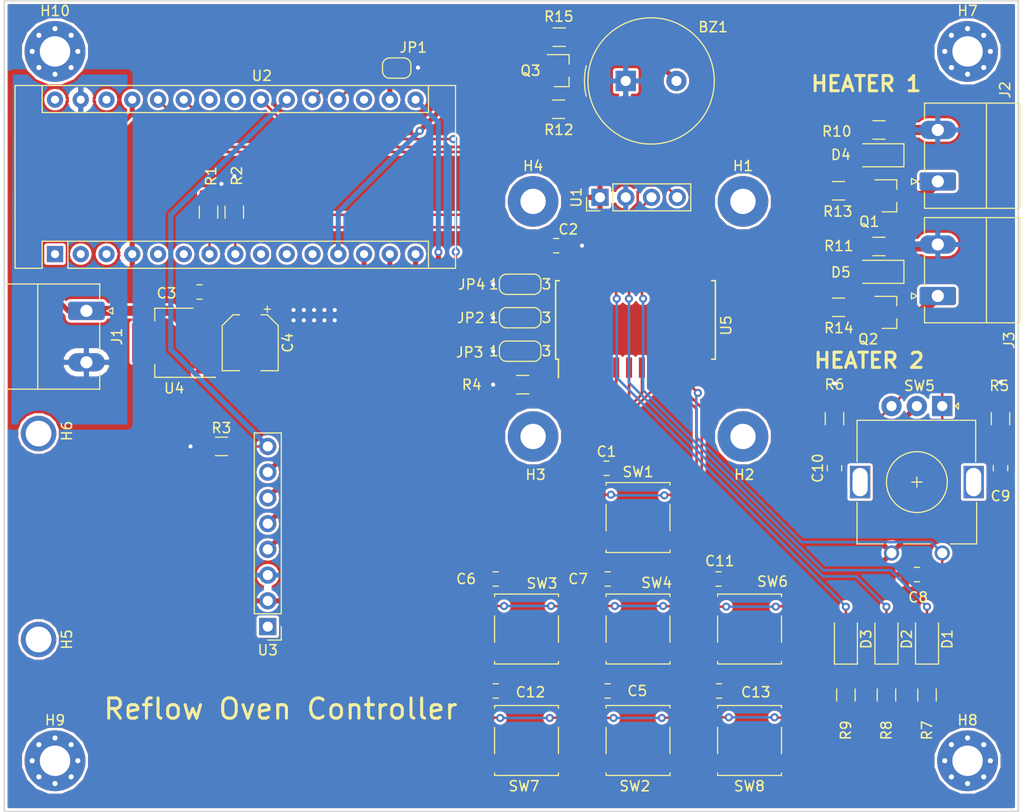
<source format=kicad_pcb>
(kicad_pcb (version 20171130) (host pcbnew 5.0.2+dfsg1-1)
  (layers (0 F.Cu signal) (31 B.Cu signal) (34 B.Paste user hide) (35 F.Paste user hide) (36 B.SilkS user) (37 F.SilkS user) (38 B.Mask user hide) (39 F.Mask user hide) (44 Edge.Cuts user))
  (net 0 "")
  (net 1 +3V3)
  (net 2 "Net-(BZ1-Pad2)")
  (net 3 GND)
  (net 4 BTN_UP)
  (net 5 +5V)
  (net 6 BTN_DOWN)
  (net 7 BTN_LEFT)
  (net 8 BTN_CENTER)
  (net 9 ENC_Switch)
  (net 10 INT_ENC_A)
  (net 11 INT_ENC_B)
  (net 12 BTN_RIGHT)
  (net 13 BTN_A)
  (net 14 BTN_B)
  (net 15 "Net-(D1-Pad2)")
  (net 16 "Net-(D1-Pad1)")
  (net 17 "Net-(D2-Pad1)")
  (net 18 "Net-(D2-Pad2)")
  (net 19 "Net-(D3-Pad2)")
  (net 20 "Net-(D3-Pad1)")
  (net 21 "Net-(D4-Pad1)")
  (net 22 "Net-(D4-Pad2)")
  (net 23 "Net-(D5-Pad1)")
  (net 24 "Net-(D5-Pad2)")
  (net 25 "Net-(JP1-Pad1)")
  (net 26 ADDR_A2)
  (net 27 "Net-(Q1-Pad1)")
  (net 28 "Net-(Q2-Pad1)")
  (net 29 "Net-(Q3-Pad1)")
  (net 30 I2C1_SDA)
  (net 31 I2C1_SCL)
  (net 32 INT_MAX31865_RDY)
  (net 33 INT_PCA9555)
  (net 34 TIM3_CH1_HEATER_PWM)
  (net 35 TIM3_CH2_HEATER_PWM)
  (net 36 TIM1_CH1_PWM_Buzzer)
  (net 37 SPI1_CS_MAX31865)
  (net 38 SPI1_MOSI)
  (net 39 SPI1_MISO)
  (net 40 SPI1_SCK)
  (net 41 ADDR_A1)
  (net 42 ADDR_A0)
  (module Jumper:SolderJumper-2_P1.3mm_Open_RoundedPad1.0x1.5mm (layer F.Cu) (at 138.699 56.642)
    (fp_text reference JP1 (at 1.636 -2.032 180) (layer F.SilkS))
    (fp_text value "3.3V Jumper")
    (pad 1 smd custom (at -0.65 0) (size 1 0.5) (layers F.Cu F.Mask) (net 25 "Net-(JP1-Pad1)") (options (clearance outline) (anchor rect)) (primitives (gr_circle (center 0 0.25) (end 0.5 0.25) (width 0)) (gr_circle (center 0 -0.25) (end 0.5 -0.25) (width 0)) (gr_poly (pts (xy 0 -0.75) (xy 0.5 -0.75) (xy 0.5 0.75) (xy 0 0.75)) (width 0))))
    (pad 2 smd custom (at 0.65 0) (size 1 0.5) (layers F.Cu F.Mask) (net 1 +3V3) (options (clearance outline) (anchor rect)) (primitives (gr_circle (center 0 0.25) (end 0.5 0.25) (width 0)) (gr_circle (center 0 -0.25) (end 0.5 -0.25) (width 0)) (gr_poly (pts (xy 0 -0.75) (xy -0.5 -0.75) (xy -0.5 0.75) (xy 0 0.75)) (width 0))))
  )
  (module Button_Switch_SMD:SW_SPST_B3S-1000 (layer F.Cu) (at 162.5 101)
    (fp_text reference SW1 (at 0 -4.5) (layer F.SilkS))
    (fp_text value SW_Push)
    (pad 1 smd rect (at -3.975 -2.25) (size 1.55 1.3) (layers F.Cu F.Paste F.Mask) (net 4 BTN_UP))
    (pad 1 smd rect (at 3.975 -2.25) (size 1.55 1.3) (layers F.Cu F.Paste F.Mask) (net 4 BTN_UP))
    (pad 2 smd rect (at -3.975 2.25) (size 1.55 1.3) (layers F.Cu F.Paste F.Mask) (net 3 GND))
    (pad 2 smd rect (at 3.975 2.25) (size 1.55 1.3) (layers F.Cu F.Paste F.Mask) (net 3 GND))
  )
  (module Jumper:SolderJumper-3_P1.3mm_Open_RoundedPad1.0x1.5mm_NumberLabels (layer F.Cu) (at 150.876 81.28)
    (fp_text reference JP2 (at -4.876 0.02) (layer F.SilkS))
    (fp_text value ADDR_A2)
    (fp_text user 3 (at 2.6 0) (layer F.SilkS))
    (fp_text user 1 (at -2.6 0) (layer F.SilkS))
    (pad 1 smd custom (at -1.3 0) (size 1 0.5) (layers F.Cu F.Mask) (net 1 +3V3) (options (clearance outline) (anchor rect)) (primitives (gr_circle (center 0 0.25) (end 0.5 0.25) (width 0)) (gr_circle (center 0 -0.25) (end 0.5 -0.25) (width 0)) (gr_poly (pts (xy 0.55 -0.75) (xy 0 -0.75) (xy 0 0.75) (xy 0.55 0.75)) (width 0))))
    (pad 3 smd custom (at 1.3 0) (size 1 0.5) (layers F.Cu F.Mask) (net 3 GND) (options (clearance outline) (anchor rect)) (primitives (gr_circle (center 0 0.25) (end 0.5 0.25) (width 0)) (gr_circle (center 0 -0.25) (end 0.5 -0.25) (width 0)) (gr_poly (pts (xy -0.55 -0.75) (xy 0 -0.75) (xy 0 0.75) (xy -0.55 0.75)) (width 0))))
    (pad 2 smd rect (at 0 0) (size 1 1.5) (layers F.Cu F.Mask) (net 26 ADDR_A2))
  )
  (module Connector_Phoenix_MC_HighVoltage:PhoenixContact_MC_1,5_2-G-5.08_1x02_P5.08mm_Horizontal (layer F.Cu) (at 108.1 80.6 270)
    (fp_text reference J1 (at 2.54 -3 270) (layer F.SilkS))
    (fp_text value Conn_5V)
    (pad 2 thru_hole oval (at 5.08 0 270) (size 1.8 3.6) (drill 1.2) (layers *.Cu *.Mask) (net 3 GND))
    (pad 1 thru_hole roundrect (at 0 0 270) (size 1.8 3.6) (drill 1.2) (layers *.Cu *.Mask) (roundrect_rratio 0.138889) (net 5 +5V))
  )
  (module Buzzer_Beeper:Buzzer_TDK_PS1240P02BT_D12.2mm_H6.5mm (layer F.Cu) (at 161.29 57.912)
    (fp_text reference BZ1 (at 8.61 -5.312) (layer F.SilkS))
    (fp_text value Buzzer)
    (pad 1 thru_hole rect (at 0 0) (size 2 2) (drill 1) (layers *.Cu *.Mask) (net 1 +3V3))
    (pad 2 thru_hole circle (at 5 0) (size 2 2) (drill 1) (layers *.Cu *.Mask) (net 2 "Net-(BZ1-Pad2)"))
  )
  (module Capacitor_SMD:C_0805_2012Metric_Pad1.15x1.40mm_HandSolder (layer F.Cu) (at 159.394 96.139)
    (fp_text reference C1 (at 0 -1.65) (layer F.SilkS))
    (fp_text value 10uF)
    (pad 2 smd roundrect (at 1.025 0) (size 1.15 1.4) (layers F.Cu F.Paste F.Mask) (roundrect_rratio 0.217391) (net 3 GND))
    (pad 1 smd roundrect (at -1.025 0) (size 1.15 1.4) (layers F.Cu F.Paste F.Mask) (roundrect_rratio 0.217391) (net 4 BTN_UP))
  )
  (module Capacitor_SMD:C_0805_2012Metric_Pad1.15x1.40mm_HandSolder (layer F.Cu) (at 154.432 74.168)
    (fp_text reference C2 (at 1.194 -1.61) (layer F.SilkS))
    (fp_text value 100n)
    (pad 1 smd roundrect (at -1.025 0) (size 1.15 1.4) (layers F.Cu F.Paste F.Mask) (roundrect_rratio 0.217391) (net 3 GND))
    (pad 2 smd roundrect (at 1.025 0) (size 1.15 1.4) (layers F.Cu F.Paste F.Mask) (roundrect_rratio 0.217391) (net 1 +3V3))
  )
  (module Capacitor_SMD:C_0805_2012Metric_Pad1.15x1.40mm_HandSolder (layer F.Cu) (at 119.25 78.74 180)
    (fp_text reference C3 (at 3.25 -0.125) (layer F.SilkS))
    (fp_text value 10uF)
    (pad 2 smd roundrect (at 1.025 0 180) (size 1.15 1.4) (layers F.Cu F.Paste F.Mask) (roundrect_rratio 0.217391) (net 3 GND))
    (pad 1 smd roundrect (at -1.025 0 180) (size 1.15 1.4) (layers F.Cu F.Paste F.Mask) (roundrect_rratio 0.217391) (net 5 +5V))
  )
  (module Capacitor_SMD:C_0805_2012Metric_Pad1.15x1.40mm_HandSolder (layer F.Cu) (at 159.503 118.11)
    (fp_text reference C5 (at 2.93 0) (layer F.SilkS))
    (fp_text value 10uF)
    (pad 2 smd roundrect (at 1.025 0) (size 1.15 1.4) (layers F.Cu F.Paste F.Mask) (roundrect_rratio 0.217391) (net 3 GND))
    (pad 1 smd roundrect (at -1.025 0) (size 1.15 1.4) (layers F.Cu F.Paste F.Mask) (roundrect_rratio 0.217391) (net 6 BTN_DOWN))
  )
  (module Capacitor_SMD:C_0805_2012Metric_Pad1.15x1.40mm_HandSolder (layer F.Cu) (at 148.463 107.061)
    (fp_text reference C6 (at -2.921 0) (layer F.SilkS))
    (fp_text value 10uF)
    (pad 2 smd roundrect (at 1.025 0) (size 1.15 1.4) (layers F.Cu F.Paste F.Mask) (roundrect_rratio 0.217391) (net 3 GND))
    (pad 1 smd roundrect (at -1.025 0) (size 1.15 1.4) (layers F.Cu F.Paste F.Mask) (roundrect_rratio 0.217391) (net 7 BTN_LEFT))
  )
  (module Capacitor_SMD:C_0805_2012Metric_Pad1.15x1.40mm_HandSolder (layer F.Cu) (at 159.512 107.061)
    (fp_text reference C7 (at -2.921 0) (layer F.SilkS))
    (fp_text value 10uF)
    (pad 1 smd roundrect (at -1.025 0) (size 1.15 1.4) (layers F.Cu F.Paste F.Mask) (roundrect_rratio 0.217391) (net 8 BTN_CENTER))
    (pad 2 smd roundrect (at 1.025 0) (size 1.15 1.4) (layers F.Cu F.Paste F.Mask) (roundrect_rratio 0.217391) (net 3 GND))
  )
  (module Capacitor_SMD:C_0805_2012Metric_Pad1.15x1.40mm_HandSolder (layer F.Cu) (at 190 106.625)
    (fp_text reference C8 (at 0.125 2.25) (layer F.SilkS))
    (fp_text value 10uF)
    (pad 1 smd roundrect (at -1.025 0) (size 1.15 1.4) (layers F.Cu F.Paste F.Mask) (roundrect_rratio 0.217391) (net 3 GND))
    (pad 2 smd roundrect (at 1.025 0) (size 1.15 1.4) (layers F.Cu F.Paste F.Mask) (roundrect_rratio 0.217391) (net 9 ENC_Switch))
  )
  (module Capacitor_SMD:C_0805_2012Metric_Pad1.15x1.40mm_HandSolder (layer F.Cu) (at 198.25 96.125 90)
    (fp_text reference C9 (at -2.75 0 180) (layer F.SilkS))
    (fp_text value 10uF)
    (pad 1 smd roundrect (at -1.025 0 90) (size 1.15 1.4) (layers F.Cu F.Paste F.Mask) (roundrect_rratio 0.217391) (net 3 GND))
    (pad 2 smd roundrect (at 1.025 0 90) (size 1.15 1.4) (layers F.Cu F.Paste F.Mask) (roundrect_rratio 0.217391) (net 11 INT_ENC_B))
  )
  (module Capacitor_SMD:C_0805_2012Metric_Pad1.15x1.40mm_HandSolder (layer F.Cu) (at 181.875 96.125 90)
    (fp_text reference C10 (at 0 -1.65 90) (layer F.SilkS))
    (fp_text value 10uF)
    (pad 2 smd roundrect (at 1.025 0 90) (size 1.15 1.4) (layers F.Cu F.Paste F.Mask) (roundrect_rratio 0.217391) (net 10 INT_ENC_A))
    (pad 1 smd roundrect (at -1.025 0 90) (size 1.15 1.4) (layers F.Cu F.Paste F.Mask) (roundrect_rratio 0.217391) (net 3 GND))
  )
  (module Capacitor_SMD:C_0805_2012Metric_Pad1.15x1.40mm_HandSolder (layer F.Cu) (at 170.434 107.061)
    (fp_text reference C11 (at 0.127 -1.778) (layer F.SilkS))
    (fp_text value 10uF)
    (pad 1 smd roundrect (at -1.025 0) (size 1.15 1.4) (layers F.Cu F.Paste F.Mask) (roundrect_rratio 0.217391) (net 12 BTN_RIGHT))
    (pad 2 smd roundrect (at 1.025 0) (size 1.15 1.4) (layers F.Cu F.Paste F.Mask) (roundrect_rratio 0.217391) (net 3 GND))
  )
  (module Capacitor_SMD:C_0805_2012Metric_Pad1.15x1.40mm_HandSolder (layer F.Cu) (at 148.472 118.11)
    (fp_text reference C12 (at 3.42 0.127 180) (layer F.SilkS))
    (fp_text value 10uF)
    (pad 1 smd roundrect (at -1.025 0) (size 1.15 1.4) (layers F.Cu F.Paste F.Mask) (roundrect_rratio 0.217391) (net 13 BTN_A))
    (pad 2 smd roundrect (at 1.025 0) (size 1.15 1.4) (layers F.Cu F.Paste F.Mask) (roundrect_rratio 0.217391) (net 3 GND))
  )
  (module Capacitor_SMD:C_0805_2012Metric_Pad1.15x1.40mm_HandSolder (layer F.Cu) (at 170.5 118.11)
    (fp_text reference C13 (at 3.617 0.127) (layer F.SilkS))
    (fp_text value 10uF)
    (pad 2 smd roundrect (at 1.025 0) (size 1.15 1.4) (layers F.Cu F.Paste F.Mask) (roundrect_rratio 0.217391) (net 3 GND))
    (pad 1 smd roundrect (at -1.025 0) (size 1.15 1.4) (layers F.Cu F.Paste F.Mask) (roundrect_rratio 0.217391) (net 14 BTN_B))
  )
  (module LED_SMD:LED_1206_3216Metric_Pad1.42x1.75mm_HandSolder (layer F.Cu) (at 191 113 90)
    (fp_text reference D1 (at 0 2 90) (layer F.SilkS))
    (fp_text value LED)
    (pad 2 smd roundrect (at 1.4875 0 90) (size 1.425 1.75) (layers F.Cu F.Paste F.Mask) (roundrect_rratio 0.175439) (net 15 "Net-(D1-Pad2)"))
    (pad 1 smd roundrect (at -1.4875 0 90) (size 1.425 1.75) (layers F.Cu F.Paste F.Mask) (roundrect_rratio 0.175439) (net 16 "Net-(D1-Pad1)"))
  )
  (module LED_SMD:LED_1206_3216Metric_Pad1.42x1.75mm_HandSolder (layer F.Cu) (at 187 113 90)
    (fp_text reference D2 (at 0 2 90) (layer F.SilkS))
    (fp_text value LED)
    (pad 1 smd roundrect (at -1.4875 0 90) (size 1.425 1.75) (layers F.Cu F.Paste F.Mask) (roundrect_rratio 0.175439) (net 17 "Net-(D2-Pad1)"))
    (pad 2 smd roundrect (at 1.4875 0 90) (size 1.425 1.75) (layers F.Cu F.Paste F.Mask) (roundrect_rratio 0.175439) (net 18 "Net-(D2-Pad2)"))
  )
  (module LED_SMD:LED_1206_3216Metric_Pad1.42x1.75mm_HandSolder (layer F.Cu) (at 183 113 90)
    (fp_text reference D3 (at 0 2 90) (layer F.SilkS))
    (fp_text value LED)
    (pad 2 smd roundrect (at 1.4875 0 90) (size 1.425 1.75) (layers F.Cu F.Paste F.Mask) (roundrect_rratio 0.175439) (net 19 "Net-(D3-Pad2)"))
    (pad 1 smd roundrect (at -1.4875 0 90) (size 1.425 1.75) (layers F.Cu F.Paste F.Mask) (roundrect_rratio 0.175439) (net 20 "Net-(D3-Pad1)"))
  )
  (module LED_SMD:LED_1206_3216Metric_Pad1.42x1.75mm_HandSolder (layer F.Cu) (at 186.2625 65.25 180)
    (fp_text reference D4 (at 3.7625 0.05 180) (layer F.SilkS))
    (fp_text value LED)
    (pad 1 smd roundrect (at -1.4875 0 180) (size 1.425 1.75) (layers F.Cu F.Paste F.Mask) (roundrect_rratio 0.175439) (net 21 "Net-(D4-Pad1)"))
    (pad 2 smd roundrect (at 1.4875 0 180) (size 1.425 1.75) (layers F.Cu F.Paste F.Mask) (roundrect_rratio 0.175439) (net 22 "Net-(D4-Pad2)"))
  )
  (module LED_SMD:LED_1206_3216Metric_Pad1.42x1.75mm_HandSolder (layer F.Cu) (at 186.2625 76.75 180)
    (fp_text reference D5 (at 3.7625 -0.05 180) (layer F.SilkS))
    (fp_text value LED)
    (pad 1 smd roundrect (at -1.4875 0 180) (size 1.425 1.75) (layers F.Cu F.Paste F.Mask) (roundrect_rratio 0.175439) (net 23 "Net-(D5-Pad1)"))
    (pad 2 smd roundrect (at 1.4875 0 180) (size 1.425 1.75) (layers F.Cu F.Paste F.Mask) (roundrect_rratio 0.175439) (net 24 "Net-(D5-Pad2)"))
  )
  (module MountingHole:MountingHole_2.5mm_Pad (layer F.Cu) (at 172.85 69.8)
    (fp_text reference H1 (at 0 -3.5) (layer F.SilkS))
    (fp_text value MountingHole)
    (pad 1 thru_hole circle (at 0 0) (size 5 5) (drill 2.5) (layers *.Cu *.Mask))
  )
  (module MountingHole:MountingHole_2.5mm_Pad (layer F.Cu) (at 172.85 93)
    (fp_text reference H2 (at 0.124 3.774) (layer F.SilkS))
    (fp_text value MountingHole)
    (pad 1 thru_hole circle (at 0 0) (size 5 5) (drill 2.5) (layers *.Cu *.Mask))
  )
  (module MountingHole:MountingHole_2.5mm_Pad (layer F.Cu) (at 152.15 93)
    (fp_text reference H3 (at 0.25 3.774) (layer F.SilkS))
    (fp_text value MountingHole)
    (pad 1 thru_hole circle (at 0 0) (size 5 5) (drill 2.5) (layers *.Cu *.Mask))
  )
  (module MountingHole:MountingHole_2.5mm_Pad (layer F.Cu) (at 152.15 69.8)
    (fp_text reference H4 (at 0 -3.5) (layer F.SilkS))
    (fp_text value MountingHole)
    (pad 1 thru_hole circle (at 0 0) (size 5 5) (drill 2.5) (layers *.Cu *.Mask))
  )
  (module MountingHole:MountingHole_3mm_Pad_Via (layer F.Cu) (at 195 55)
    (fp_text reference H7 (at 0 -4) (layer F.SilkS))
    (fp_text value MountingHole)
    (pad 1 thru_hole circle (at 1.59099 -1.59099) (size 0.8 0.8) (drill 0.5) (layers *.Cu *.Mask))
    (pad 1 thru_hole circle (at 0 -2.25) (size 0.8 0.8) (drill 0.5) (layers *.Cu *.Mask))
    (pad 1 thru_hole circle (at -1.59099 -1.59099) (size 0.8 0.8) (drill 0.5) (layers *.Cu *.Mask))
    (pad 1 thru_hole circle (at -2.25 0) (size 0.8 0.8) (drill 0.5) (layers *.Cu *.Mask))
    (pad 1 thru_hole circle (at -1.59099 1.59099) (size 0.8 0.8) (drill 0.5) (layers *.Cu *.Mask))
    (pad 1 thru_hole circle (at 0 2.25) (size 0.8 0.8) (drill 0.5) (layers *.Cu *.Mask))
    (pad 1 thru_hole circle (at 1.59099 1.59099) (size 0.8 0.8) (drill 0.5) (layers *.Cu *.Mask))
    (pad 1 thru_hole circle (at 2.25 0) (size 0.8 0.8) (drill 0.5) (layers *.Cu *.Mask))
    (pad 1 thru_hole circle (at 0 0) (size 6 6) (drill 3) (layers *.Cu *.Mask))
  )
  (module MountingHole:MountingHole_3mm_Pad_Via (layer F.Cu) (at 195 125)
    (fp_text reference H8 (at 0 -4) (layer F.SilkS))
    (fp_text value MountingHole)
    (pad 1 thru_hole circle (at 0 0) (size 6 6) (drill 3) (layers *.Cu *.Mask))
    (pad 1 thru_hole circle (at 2.25 0) (size 0.8 0.8) (drill 0.5) (layers *.Cu *.Mask))
    (pad 1 thru_hole circle (at 1.59099 1.59099) (size 0.8 0.8) (drill 0.5) (layers *.Cu *.Mask))
    (pad 1 thru_hole circle (at 0 2.25) (size 0.8 0.8) (drill 0.5) (layers *.Cu *.Mask))
    (pad 1 thru_hole circle (at -1.59099 1.59099) (size 0.8 0.8) (drill 0.5) (layers *.Cu *.Mask))
    (pad 1 thru_hole circle (at -2.25 0) (size 0.8 0.8) (drill 0.5) (layers *.Cu *.Mask))
    (pad 1 thru_hole circle (at -1.59099 -1.59099) (size 0.8 0.8) (drill 0.5) (layers *.Cu *.Mask))
    (pad 1 thru_hole circle (at 0 -2.25) (size 0.8 0.8) (drill 0.5) (layers *.Cu *.Mask))
    (pad 1 thru_hole circle (at 1.59099 -1.59099) (size 0.8 0.8) (drill 0.5) (layers *.Cu *.Mask))
  )
  (module MountingHole:MountingHole_3mm_Pad_Via (layer F.Cu) (at 105 125)
    (fp_text reference H9 (at 0 -4) (layer F.SilkS))
    (fp_text value MountingHole)
    (pad 1 thru_hole circle (at 1.59099 -1.59099) (size 0.8 0.8) (drill 0.5) (layers *.Cu *.Mask))
    (pad 1 thru_hole circle (at 0 -2.25) (size 0.8 0.8) (drill 0.5) (layers *.Cu *.Mask))
    (pad 1 thru_hole circle (at -1.59099 -1.59099) (size 0.8 0.8) (drill 0.5) (layers *.Cu *.Mask))
    (pad 1 thru_hole circle (at -2.25 0) (size 0.8 0.8) (drill 0.5) (layers *.Cu *.Mask))
    (pad 1 thru_hole circle (at -1.59099 1.59099) (size 0.8 0.8) (drill 0.5) (layers *.Cu *.Mask))
    (pad 1 thru_hole circle (at 0 2.25) (size 0.8 0.8) (drill 0.5) (layers *.Cu *.Mask))
    (pad 1 thru_hole circle (at 1.59099 1.59099) (size 0.8 0.8) (drill 0.5) (layers *.Cu *.Mask))
    (pad 1 thru_hole circle (at 2.25 0) (size 0.8 0.8) (drill 0.5) (layers *.Cu *.Mask))
    (pad 1 thru_hole circle (at 0 0) (size 6 6) (drill 3) (layers *.Cu *.Mask))
  )
  (module MountingHole:MountingHole_3mm_Pad_Via (layer F.Cu) (at 105 55)
    (fp_text reference H10 (at 0 -4) (layer F.SilkS))
    (fp_text value MountingHole)
    (pad 1 thru_hole circle (at 1.59099 -1.59099) (size 0.8 0.8) (drill 0.5) (layers *.Cu *.Mask))
    (pad 1 thru_hole circle (at 0 -2.25) (size 0.8 0.8) (drill 0.5) (layers *.Cu *.Mask))
    (pad 1 thru_hole circle (at -1.59099 -1.59099) (size 0.8 0.8) (drill 0.5) (layers *.Cu *.Mask))
    (pad 1 thru_hole circle (at -2.25 0) (size 0.8 0.8) (drill 0.5) (layers *.Cu *.Mask))
    (pad 1 thru_hole circle (at -1.59099 1.59099) (size 0.8 0.8) (drill 0.5) (layers *.Cu *.Mask))
    (pad 1 thru_hole circle (at 0 2.25) (size 0.8 0.8) (drill 0.5) (layers *.Cu *.Mask))
    (pad 1 thru_hole circle (at 1.59099 1.59099) (size 0.8 0.8) (drill 0.5) (layers *.Cu *.Mask))
    (pad 1 thru_hole circle (at 2.25 0) (size 0.8 0.8) (drill 0.5) (layers *.Cu *.Mask))
    (pad 1 thru_hole circle (at 0 0) (size 6 6) (drill 3) (layers *.Cu *.Mask))
  )
  (module Connector_Phoenix_MC_HighVoltage:PhoenixContact_MC_1,5_2-G-5.08_1x02_P5.08mm_Horizontal (layer F.Cu) (at 192.0625 67.83 90)
    (fp_text reference J2 (at 9.03 6.6375 90) (layer F.SilkS))
    (fp_text value Conn_ssr_1)
    (pad 1 thru_hole roundrect (at 0 0 90) (size 1.8 3.6) (drill 1.2) (layers *.Cu *.Mask) (roundrect_rratio 0.138889) (net 21 "Net-(D4-Pad1)"))
    (pad 2 thru_hole oval (at 5.08 0 90) (size 1.8 3.6) (drill 1.2) (layers *.Cu *.Mask) (net 1 +3V3))
  )
  (module Package_TO_SOT_SMD:SOT-23 (layer F.Cu) (at 187.2625 69.25)
    (fp_text reference Q1 (at -1.9625 2.55) (layer F.SilkS))
    (fp_text value BC848)
    (pad 3 smd rect (at 1 0) (size 0.9 0.8) (layers F.Cu F.Paste F.Mask) (net 21 "Net-(D4-Pad1)"))
    (pad 2 smd rect (at -1 0.95) (size 0.9 0.8) (layers F.Cu F.Paste F.Mask) (net 3 GND))
    (pad 1 smd rect (at -1 -0.95) (size 0.9 0.8) (layers F.Cu F.Paste F.Mask) (net 27 "Net-(Q1-Pad1)"))
  )
  (module Package_TO_SOT_SMD:SOT-23 (layer F.Cu) (at 187.2625 80.75)
    (fp_text reference Q2 (at -2.0625 2.65) (layer F.SilkS))
    (fp_text value BC848)
    (pad 1 smd rect (at -1 -0.95) (size 0.9 0.8) (layers F.Cu F.Paste F.Mask) (net 28 "Net-(Q2-Pad1)"))
    (pad 2 smd rect (at -1 0.95) (size 0.9 0.8) (layers F.Cu F.Paste F.Mask) (net 3 GND))
    (pad 3 smd rect (at 1 0) (size 0.9 0.8) (layers F.Cu F.Paste F.Mask) (net 23 "Net-(D5-Pad1)"))
  )
  (module Package_TO_SOT_SMD:SOT-23 (layer F.Cu) (at 154.94 56.896)
    (fp_text reference Q3 (at -3.048 0) (layer F.SilkS))
    (fp_text value BC848)
    (pad 1 smd rect (at -1 -0.95) (size 0.9 0.8) (layers F.Cu F.Paste F.Mask) (net 29 "Net-(Q3-Pad1)"))
    (pad 2 smd rect (at -1 0.95) (size 0.9 0.8) (layers F.Cu F.Paste F.Mask) (net 3 GND))
    (pad 3 smd rect (at 1 0) (size 0.9 0.8) (layers F.Cu F.Paste F.Mask) (net 2 "Net-(BZ1-Pad2)"))
  )
  (module Resistor_SMD:R_1206_3216Metric_Pad1.42x1.75mm_HandSolder (layer F.Cu) (at 120.142 70.866 270)
    (fp_text reference R1 (at -3.556 -0.254 90) (layer F.SilkS))
    (fp_text value 4k7)
    (pad 2 smd roundrect (at 1.4875 0 270) (size 1.425 1.75) (layers F.Cu F.Paste F.Mask) (roundrect_rratio 0.175439) (net 30 I2C1_SDA))
    (pad 1 smd roundrect (at -1.4875 0 270) (size 1.425 1.75) (layers F.Cu F.Paste F.Mask) (roundrect_rratio 0.175439) (net 1 +3V3))
  )
  (module Resistor_SMD:R_1206_3216Metric_Pad1.42x1.75mm_HandSolder (layer F.Cu) (at 122.682 70.866 270)
    (fp_text reference R2 (at -3.5925 -0.254 90) (layer F.SilkS))
    (fp_text value 4k7)
    (pad 1 smd roundrect (at -1.4875 0 270) (size 1.425 1.75) (layers F.Cu F.Paste F.Mask) (roundrect_rratio 0.175439) (net 1 +3V3))
    (pad 2 smd roundrect (at 1.4875 0 270) (size 1.425 1.75) (layers F.Cu F.Paste F.Mask) (roundrect_rratio 0.175439) (net 31 I2C1_SCL))
  )
  (module Resistor_SMD:R_1206_3216Metric_Pad1.42x1.75mm_HandSolder (layer F.Cu) (at 121.412 93.98)
    (fp_text reference R3 (at 0 -1.82) (layer F.SilkS))
    (fp_text value 4k7)
    (pad 1 smd roundrect (at -1.4875 0) (size 1.425 1.75) (layers F.Cu F.Paste F.Mask) (roundrect_rratio 0.175439) (net 1 +3V3))
    (pad 2 smd roundrect (at 1.4875 0) (size 1.425 1.75) (layers F.Cu F.Paste F.Mask) (roundrect_rratio 0.175439) (net 32 INT_MAX31865_RDY))
  )
  (module Resistor_SMD:R_1206_3216Metric_Pad1.42x1.75mm_HandSolder (layer F.Cu) (at 151.13 87.884)
    (fp_text reference R4 (at -5.03 0.016) (layer F.SilkS))
    (fp_text value 4k7)
    (pad 2 smd roundrect (at 1.4875 0) (size 1.425 1.75) (layers F.Cu F.Paste F.Mask) (roundrect_rratio 0.175439) (net 33 INT_PCA9555))
    (pad 1 smd roundrect (at -1.4875 0) (size 1.425 1.75) (layers F.Cu F.Paste F.Mask) (roundrect_rratio 0.175439) (net 1 +3V3))
  )
  (module Resistor_SMD:R_1206_3216Metric_Pad1.42x1.75mm_HandSolder (layer F.Cu) (at 198.25 91.25 270)
    (fp_text reference R5 (at -3.25 0.125 180) (layer F.SilkS))
    (fp_text value 4k7)
    (pad 2 smd roundrect (at 1.4875 0 270) (size 1.425 1.75) (layers F.Cu F.Paste F.Mask) (roundrect_rratio 0.175439) (net 11 INT_ENC_B))
    (pad 1 smd roundrect (at -1.4875 0 270) (size 1.425 1.75) (layers F.Cu F.Paste F.Mask) (roundrect_rratio 0.175439) (net 1 +3V3))
  )
  (module Resistor_SMD:R_1206_3216Metric_Pad1.42x1.75mm_HandSolder (layer F.Cu) (at 181.875 91.25 270)
    (fp_text reference R6 (at -3.375 0 180) (layer F.SilkS))
    (fp_text value 4k7)
    (pad 2 smd roundrect (at 1.4875 0 270) (size 1.425 1.75) (layers F.Cu F.Paste F.Mask) (roundrect_rratio 0.175439) (net 10 INT_ENC_A))
    (pad 1 smd roundrect (at -1.4875 0 270) (size 1.425 1.75) (layers F.Cu F.Paste F.Mask) (roundrect_rratio 0.175439) (net 1 +3V3))
  )
  (module Resistor_SMD:R_1206_3216Metric_Pad1.42x1.75mm_HandSolder (layer F.Cu) (at 191 118.5125 270)
    (fp_text reference R7 (at 3.4875 0 270) (layer F.SilkS))
    (fp_text value 4k7)
    (pad 1 smd roundrect (at -1.4875 0 270) (size 1.425 1.75) (layers F.Cu F.Paste F.Mask) (roundrect_rratio 0.175439) (net 16 "Net-(D1-Pad1)"))
    (pad 2 smd roundrect (at 1.4875 0 270) (size 1.425 1.75) (layers F.Cu F.Paste F.Mask) (roundrect_rratio 0.175439) (net 3 GND))
  )
  (module Resistor_SMD:R_1206_3216Metric_Pad1.42x1.75mm_HandSolder (layer F.Cu) (at 187 118.5125 270)
    (fp_text reference R8 (at 3.4875 0 270) (layer F.SilkS))
    (fp_text value 4k7)
    (pad 2 smd roundrect (at 1.4875 0 270) (size 1.425 1.75) (layers F.Cu F.Paste F.Mask) (roundrect_rratio 0.175439) (net 3 GND))
    (pad 1 smd roundrect (at -1.4875 0 270) (size 1.425 1.75) (layers F.Cu F.Paste F.Mask) (roundrect_rratio 0.175439) (net 17 "Net-(D2-Pad1)"))
  )
  (module Resistor_SMD:R_1206_3216Metric_Pad1.42x1.75mm_HandSolder (layer F.Cu) (at 183 118.5125 270)
    (fp_text reference R9 (at 3.4875 0 90) (layer F.SilkS))
    (fp_text value 4k7)
    (pad 1 smd roundrect (at -1.4875 0 270) (size 1.425 1.75) (layers F.Cu F.Paste F.Mask) (roundrect_rratio 0.175439) (net 20 "Net-(D3-Pad1)"))
    (pad 2 smd roundrect (at 1.4875 0 270) (size 1.425 1.75) (layers F.Cu F.Paste F.Mask) (roundrect_rratio 0.175439) (net 3 GND))
  )
  (module Resistor_SMD:R_1206_3216Metric_Pad1.42x1.75mm_HandSolder (layer F.Cu) (at 186.2625 62.75 180)
    (fp_text reference R10 (at 4.1625 -0.15 180) (layer F.SilkS))
    (fp_text value 1k)
    (pad 1 smd roundrect (at -1.4875 0 180) (size 1.425 1.75) (layers F.Cu F.Paste F.Mask) (roundrect_rratio 0.175439) (net 1 +3V3))
    (pad 2 smd roundrect (at 1.4875 0 180) (size 1.425 1.75) (layers F.Cu F.Paste F.Mask) (roundrect_rratio 0.175439) (net 22 "Net-(D4-Pad2)"))
  )
  (module Resistor_SMD:R_1206_3216Metric_Pad1.42x1.75mm_HandSolder (layer F.Cu) (at 186.2625 74.25 180)
    (fp_text reference R11 (at 3.9625 0.05 180) (layer F.SilkS))
    (fp_text value 1k)
    (pad 1 smd roundrect (at -1.4875 0 180) (size 1.425 1.75) (layers F.Cu F.Paste F.Mask) (roundrect_rratio 0.175439) (net 1 +3V3))
    (pad 2 smd roundrect (at 1.4875 0 180) (size 1.425 1.75) (layers F.Cu F.Paste F.Mask) (roundrect_rratio 0.175439) (net 24 "Net-(D5-Pad2)"))
  )
  (module Resistor_SMD:R_1206_3216Metric_Pad1.42x1.75mm_HandSolder (layer F.Cu) (at 154.6495 60.706 180)
    (fp_text reference R12 (at -0.0365 -2.032) (layer F.SilkS))
    (fp_text value 1k)
    (pad 1 smd roundrect (at -1.4875 0 180) (size 1.425 1.75) (layers F.Cu F.Paste F.Mask) (roundrect_rratio 0.175439) (net 1 +3V3))
    (pad 2 smd roundrect (at 1.4875 0 180) (size 1.425 1.75) (layers F.Cu F.Paste F.Mask) (roundrect_rratio 0.175439) (net 2 "Net-(BZ1-Pad2)"))
  )
  (module Resistor_SMD:R_1206_3216Metric_Pad1.42x1.75mm_HandSolder (layer F.Cu) (at 182.2625 68.75 180)
    (fp_text reference R13 (at 0.0625 -2.05 180) (layer F.SilkS))
    (fp_text value 1k)
    (pad 2 smd roundrect (at 1.4875 0 180) (size 1.425 1.75) (layers F.Cu F.Paste F.Mask) (roundrect_rratio 0.175439) (net 34 TIM3_CH1_HEATER_PWM))
    (pad 1 smd roundrect (at -1.4875 0 180) (size 1.425 1.75) (layers F.Cu F.Paste F.Mask) (roundrect_rratio 0.175439) (net 27 "Net-(Q1-Pad1)"))
  )
  (module Resistor_SMD:R_1206_3216Metric_Pad1.42x1.75mm_HandSolder (layer F.Cu) (at 182.2625 80.25 180)
    (fp_text reference R14 (at -0.0375 -2.05 180) (layer F.SilkS))
    (fp_text value 1k)
    (pad 2 smd roundrect (at 1.4875 0 180) (size 1.425 1.75) (layers F.Cu F.Paste F.Mask) (roundrect_rratio 0.175439) (net 35 TIM3_CH2_HEATER_PWM))
    (pad 1 smd roundrect (at -1.4875 0 180) (size 1.425 1.75) (layers F.Cu F.Paste F.Mask) (roundrect_rratio 0.175439) (net 28 "Net-(Q2-Pad1)"))
  )
  (module Resistor_SMD:R_1206_3216Metric_Pad1.42x1.75mm_HandSolder (layer F.Cu) (at 154.7225 53.594 180)
    (fp_text reference R15 (at 0.0365 2.032 180) (layer F.SilkS))
    (fp_text value 1k)
    (pad 1 smd roundrect (at -1.4875 0 180) (size 1.425 1.75) (layers F.Cu F.Paste F.Mask) (roundrect_rratio 0.175439) (net 29 "Net-(Q3-Pad1)"))
    (pad 2 smd roundrect (at 1.4875 0 180) (size 1.425 1.75) (layers F.Cu F.Paste F.Mask) (roundrect_rratio 0.175439) (net 36 TIM1_CH1_PWM_Buzzer))
  )
  (module Button_Switch_SMD:SW_SPST_B3S-1000 (layer F.Cu) (at 162.5 123)
    (fp_text reference SW2 (at -0.321 4.508) (layer F.SilkS))
    (fp_text value SW_Push)
    (pad 1 smd rect (at -3.975 -2.25) (size 1.55 1.3) (layers F.Cu F.Paste F.Mask) (net 6 BTN_DOWN))
    (pad 1 smd rect (at 3.975 -2.25) (size 1.55 1.3) (layers F.Cu F.Paste F.Mask) (net 6 BTN_DOWN))
    (pad 2 smd rect (at -3.975 2.25) (size 1.55 1.3) (layers F.Cu F.Paste F.Mask) (net 3 GND))
    (pad 2 smd rect (at 3.975 2.25) (size 1.55 1.3) (layers F.Cu F.Paste F.Mask) (net 3 GND))
  )
  (module Button_Switch_SMD:SW_SPST_B3S-1000 (layer F.Cu) (at 151.5 112)
    (fp_text reference SW3 (at 1.535 -4.5) (layer F.SilkS))
    (fp_text value SW_Push)
    (pad 1 smd rect (at -3.975 -2.25) (size 1.55 1.3) (layers F.Cu F.Paste F.Mask) (net 7 BTN_LEFT))
    (pad 1 smd rect (at 3.975 -2.25) (size 1.55 1.3) (layers F.Cu F.Paste F.Mask) (net 7 BTN_LEFT))
    (pad 2 smd rect (at -3.975 2.25) (size 1.55 1.3) (layers F.Cu F.Paste F.Mask) (net 3 GND))
    (pad 2 smd rect (at 3.975 2.25) (size 1.55 1.3) (layers F.Cu F.Paste F.Mask) (net 3 GND))
  )
  (module Button_Switch_SMD:SW_SPST_B3S-1000 (layer F.Cu) (at 162.5 112)
    (fp_text reference SW4 (at 1.838 -4.558) (layer F.SilkS))
    (fp_text value SW_Push)
    (pad 1 smd rect (at -3.975 -2.25) (size 1.55 1.3) (layers F.Cu F.Paste F.Mask) (net 8 BTN_CENTER))
    (pad 1 smd rect (at 3.975 -2.25) (size 1.55 1.3) (layers F.Cu F.Paste F.Mask) (net 8 BTN_CENTER))
    (pad 2 smd rect (at -3.975 2.25) (size 1.55 1.3) (layers F.Cu F.Paste F.Mask) (net 3 GND))
    (pad 2 smd rect (at 3.975 2.25) (size 1.55 1.3) (layers F.Cu F.Paste F.Mask) (net 3 GND))
  )
  (module Button_Switch_SMD:SW_SPST_B3S-1000 (layer F.Cu) (at 173.5 112)
    (fp_text reference SW6 (at 2.268 -4.685) (layer F.SilkS))
    (fp_text value SW_Push)
    (pad 2 smd rect (at 3.975 2.25) (size 1.55 1.3) (layers F.Cu F.Paste F.Mask) (net 3 GND))
    (pad 2 smd rect (at -3.975 2.25) (size 1.55 1.3) (layers F.Cu F.Paste F.Mask) (net 3 GND))
    (pad 1 smd rect (at 3.975 -2.25) (size 1.55 1.3) (layers F.Cu F.Paste F.Mask) (net 12 BTN_RIGHT))
    (pad 1 smd rect (at -3.975 -2.25) (size 1.55 1.3) (layers F.Cu F.Paste F.Mask) (net 12 BTN_RIGHT))
  )
  (module Button_Switch_SMD:SW_SPST_B3S-1000 (layer F.Cu) (at 151.5 123)
    (fp_text reference SW7 (at -0.243 4.508) (layer F.SilkS))
    (fp_text value SW_Push)
    (pad 2 smd rect (at 3.975 2.25) (size 1.55 1.3) (layers F.Cu F.Paste F.Mask) (net 3 GND))
    (pad 2 smd rect (at -3.975 2.25) (size 1.55 1.3) (layers F.Cu F.Paste F.Mask) (net 3 GND))
    (pad 1 smd rect (at 3.975 -2.25) (size 1.55 1.3) (layers F.Cu F.Paste F.Mask) (net 13 BTN_A))
    (pad 1 smd rect (at -3.975 -2.25) (size 1.55 1.3) (layers F.Cu F.Paste F.Mask) (net 13 BTN_A))
  )
  (module Button_Switch_SMD:SW_SPST_B3S-1000 (layer F.Cu) (at 173.5 123)
    (fp_text reference SW8 (at -0.018 4.508) (layer F.SilkS))
    (fp_text value SW_Push)
    (pad 2 smd rect (at 3.975 2.25) (size 1.55 1.3) (layers F.Cu F.Paste F.Mask) (net 3 GND))
    (pad 2 smd rect (at -3.975 2.25) (size 1.55 1.3) (layers F.Cu F.Paste F.Mask) (net 3 GND))
    (pad 1 smd rect (at 3.975 -2.25) (size 1.55 1.3) (layers F.Cu F.Paste F.Mask) (net 14 BTN_B))
    (pad 1 smd rect (at -3.975 -2.25) (size 1.55 1.3) (layers F.Cu F.Paste F.Mask) (net 14 BTN_B))
  )
  (module Connector_PinHeader_2.54mm:PinHeader_1x04_P2.54mm_Vertical (layer F.Cu) (at 158.75 69.4 90)
    (fp_text reference U1 (at 0 -2.33 90) (layer F.SilkS))
    (fp_text value SSD1306_128x64)
    (pad 1 thru_hole rect (at 0 0 90) (size 1.7 1.7) (drill 1) (layers *.Cu *.Mask) (net 3 GND))
    (pad 2 thru_hole oval (at 0 2.54 90) (size 1.7 1.7) (drill 1) (layers *.Cu *.Mask) (net 1 +3V3))
    (pad 3 thru_hole oval (at 0 5.08 90) (size 1.7 1.7) (drill 1) (layers *.Cu *.Mask) (net 31 I2C1_SCL))
    (pad 4 thru_hole oval (at 0 7.62 90) (size 1.7 1.7) (drill 1) (layers *.Cu *.Mask) (net 30 I2C1_SDA))
  )
  (module Module:Arduino_Nano (layer F.Cu) (at 105 75 90)
    (fp_text reference U2 (at 17.6 20.4 180) (layer F.SilkS))
    (fp_text value NUCLEO-F042K6)
    (pad 1 thru_hole rect (at 0 0 90) (size 1.6 1.6) (drill 0.8) (layers *.Cu *.Mask))
    (pad 17 thru_hole oval (at 15.24 33.02 90) (size 1.6 1.6) (drill 0.8) (layers *.Cu *.Mask) (net 25 "Net-(JP1-Pad1)"))
    (pad 2 thru_hole oval (at 0 2.54 90) (size 1.6 1.6) (drill 0.8) (layers *.Cu *.Mask))
    (pad 18 thru_hole oval (at 15.24 30.48 90) (size 1.6 1.6) (drill 0.8) (layers *.Cu *.Mask))
    (pad 3 thru_hole oval (at 0 5.08 90) (size 1.6 1.6) (drill 0.8) (layers *.Cu *.Mask))
    (pad 19 thru_hole oval (at 15.24 27.94 90) (size 1.6 1.6) (drill 0.8) (layers *.Cu *.Mask) (net 10 INT_ENC_A))
    (pad 4 thru_hole oval (at 0 7.62 90) (size 1.6 1.6) (drill 0.8) (layers *.Cu *.Mask) (net 3 GND))
    (pad 20 thru_hole oval (at 15.24 25.4 90) (size 1.6 1.6) (drill 0.8) (layers *.Cu *.Mask) (net 11 INT_ENC_B))
    (pad 5 thru_hole oval (at 0 10.16 90) (size 1.6 1.6) (drill 0.8) (layers *.Cu *.Mask))
    (pad 21 thru_hole oval (at 15.24 22.86 90) (size 1.6 1.6) (drill 0.8) (layers *.Cu *.Mask) (net 32 INT_MAX31865_RDY))
    (pad 6 thru_hole oval (at 0 12.7 90) (size 1.6 1.6) (drill 0.8) (layers *.Cu *.Mask))
    (pad 22 thru_hole oval (at 15.24 20.32 90) (size 1.6 1.6) (drill 0.8) (layers *.Cu *.Mask) (net 33 INT_PCA9555))
    (pad 7 thru_hole oval (at 0 15.24 90) (size 1.6 1.6) (drill 0.8) (layers *.Cu *.Mask) (net 30 I2C1_SDA))
    (pad 23 thru_hole oval (at 15.24 17.78 90) (size 1.6 1.6) (drill 0.8) (layers *.Cu *.Mask))
    (pad 8 thru_hole oval (at 0 17.78 90) (size 1.6 1.6) (drill 0.8) (layers *.Cu *.Mask) (net 31 I2C1_SCL))
    (pad 24 thru_hole oval (at 15.24 15.24 90) (size 1.6 1.6) (drill 0.8) (layers *.Cu *.Mask))
    (pad 9 thru_hole oval (at 0 20.32 90) (size 1.6 1.6) (drill 0.8) (layers *.Cu *.Mask))
    (pad 25 thru_hole oval (at 15.24 12.7 90) (size 1.6 1.6) (drill 0.8) (layers *.Cu *.Mask) (net 34 TIM3_CH1_HEATER_PWM))
    (pad 10 thru_hole oval (at 0 22.86 90) (size 1.6 1.6) (drill 0.8) (layers *.Cu *.Mask))
    (pad 26 thru_hole oval (at 15.24 10.16 90) (size 1.6 1.6) (drill 0.8) (layers *.Cu *.Mask) (net 35 TIM3_CH2_HEATER_PWM))
    (pad 11 thru_hole oval (at 0 25.4 90) (size 1.6 1.6) (drill 0.8) (layers *.Cu *.Mask))
    (pad 27 thru_hole oval (at 15.24 7.62 90) (size 1.6 1.6) (drill 0.8) (layers *.Cu *.Mask) (net 5 +5V))
    (pad 12 thru_hole oval (at 0 27.94 90) (size 1.6 1.6) (drill 0.8) (layers *.Cu *.Mask) (net 36 TIM1_CH1_PWM_Buzzer))
    (pad 28 thru_hole oval (at 15.24 5.08 90) (size 1.6 1.6) (drill 0.8) (layers *.Cu *.Mask))
    (pad 13 thru_hole oval (at 0 30.48 90) (size 1.6 1.6) (drill 0.8) (layers *.Cu *.Mask) (net 37 SPI1_CS_MAX31865))
    (pad 29 thru_hole oval (at 15.24 2.54 90) (size 1.6 1.6) (drill 0.8) (layers *.Cu *.Mask) (net 3 GND))
    (pad 14 thru_hole oval (at 0 33.02 90) (size 1.6 1.6) (drill 0.8) (layers *.Cu *.Mask) (net 38 SPI1_MOSI))
    (pad 30 thru_hole oval (at 15.24 0 90) (size 1.6 1.6) (drill 0.8) (layers *.Cu *.Mask))
    (pad 15 thru_hole oval (at 0 35.56 90) (size 1.6 1.6) (drill 0.8) (layers *.Cu *.Mask) (net 39 SPI1_MISO))
    (pad 16 thru_hole oval (at 15.24 35.56 90) (size 1.6 1.6) (drill 0.8) (layers *.Cu *.Mask) (net 40 SPI1_SCK))
  )
  (module Connector_PinHeader_2.54mm:PinHeader_1x08_P2.54mm_Vertical (layer F.Cu) (at 125.984 111.76 180)
    (fp_text reference U3 (at 0 -2.33) (layer F.SilkS))
    (fp_text value MAX31865_Breakout)
    (pad 1 thru_hole rect (at 0 0 180) (size 1.7 1.7) (drill 1) (layers *.Cu *.Mask))
    (pad 2 thru_hole oval (at 0 2.54 180) (size 1.7 1.7) (drill 1) (layers *.Cu *.Mask) (net 3 GND))
    (pad 3 thru_hole oval (at 0 5.08 180) (size 1.7 1.7) (drill 1) (layers *.Cu *.Mask) (net 1 +3V3))
    (pad 4 thru_hole oval (at 0 7.62 180) (size 1.7 1.7) (drill 1) (layers *.Cu *.Mask) (net 40 SPI1_SCK))
    (pad 5 thru_hole oval (at 0 10.16 180) (size 1.7 1.7) (drill 1) (layers *.Cu *.Mask) (net 39 SPI1_MISO))
    (pad 6 thru_hole oval (at 0 12.7 180) (size 1.7 1.7) (drill 1) (layers *.Cu *.Mask) (net 38 SPI1_MOSI))
    (pad 7 thru_hole oval (at 0 15.24 180) (size 1.7 1.7) (drill 1) (layers *.Cu *.Mask) (net 37 SPI1_CS_MAX31865))
    (pad 8 thru_hole oval (at 0 17.78 180) (size 1.7 1.7) (drill 1) (layers *.Cu *.Mask) (net 32 INT_MAX31865_RDY))
  )
  (module Package_TO_SOT_SMD:SOT-223 (layer F.Cu) (at 116.75 83.75 180)
    (fp_text reference U4 (at 0 -4.5 180) (layer F.SilkS))
    (fp_text value LM1117-3.3)
    (pad 4 smd rect (at 3.15 0 180) (size 2 3.8) (layers F.Cu F.Paste F.Mask))
    (pad 2 smd rect (at -3.15 0 180) (size 2 1.5) (layers F.Cu F.Paste F.Mask) (net 1 +3V3))
    (pad 3 smd rect (at -3.15 2.3 180) (size 2 1.5) (layers F.Cu F.Paste F.Mask) (net 5 +5V))
    (pad 1 smd rect (at -3.15 -2.3 180) (size 2 1.5) (layers F.Cu F.Paste F.Mask) (net 3 GND))
  )
  (module Package_SO:SOIC-24W_7.5x15.4mm_P1.27mm (layer F.Cu) (at 162.25 81.5 90)
    (fp_text reference U5 (at -0.542 8.946 90) (layer F.SilkS))
    (fp_text value PCA9555)
    (pad 1 smd rect (at -4.7 -6.985 90) (size 2 0.6) (layers F.Cu F.Paste F.Mask) (net 33 INT_PCA9555))
    (pad 2 smd rect (at -4.7 -5.715 90) (size 2 0.6) (layers F.Cu F.Paste F.Mask) (net 41 ADDR_A1))
    (pad 3 smd rect (at -4.7 -4.445 90) (size 2 0.6) (layers F.Cu F.Paste F.Mask) (net 26 ADDR_A2))
    (pad 4 smd rect (at -4.7 -3.175 90) (size 2 0.6) (layers F.Cu F.Paste F.Mask) (net 13 BTN_A))
    (pad 5 smd rect (at -4.7 -1.905 90) (size 2 0.6) (layers F.Cu F.Paste F.Mask) (net 7 BTN_LEFT))
    (pad 6 smd rect (at -4.7 -0.635 90) (size 2 0.6) (layers F.Cu F.Paste F.Mask) (net 6 BTN_DOWN))
    (pad 7 smd rect (at -4.7 0.635 90) (size 2 0.6) (layers F.Cu F.Paste F.Mask) (net 8 BTN_CENTER))
    (pad 8 smd rect (at -4.7 1.905 90) (size 2 0.6) (layers F.Cu F.Paste F.Mask) (net 4 BTN_UP))
    (pad 9 smd rect (at -4.7 3.175 90) (size 2 0.6) (layers F.Cu F.Paste F.Mask) (net 14 BTN_B))
    (pad 10 smd rect (at -4.7 4.445 90) (size 2 0.6) (layers F.Cu F.Paste F.Mask) (net 12 BTN_RIGHT))
    (pad 11 smd rect (at -4.7 5.715 90) (size 2 0.6) (layers F.Cu F.Paste F.Mask) (net 9 ENC_Switch))
    (pad 12 smd rect (at -4.7 6.985 90) (size 2 0.6) (layers F.Cu F.Paste F.Mask) (net 3 GND))
    (pad 13 smd rect (at 4.7 6.985 90) (size 2 0.6) (layers F.Cu F.Paste F.Mask))
    (pad 14 smd rect (at 4.7 5.715 90) (size 2 0.6) (layers F.Cu F.Paste F.Mask))
    (pad 15 smd rect (at 4.7 4.445 90) (size 2 0.6) (layers F.Cu F.Paste F.Mask))
    (pad 16 smd rect (at 4.7 3.175 90) (size 2 0.6) (layers F.Cu F.Paste F.Mask))
    (pad 17 smd rect (at 4.7 1.905 90) (size 2 0.6) (layers F.Cu F.Paste F.Mask))
    (pad 18 smd rect (at 4.7 0.635 90) (size 2 0.6) (layers F.Cu F.Paste F.Mask) (net 15 "Net-(D1-Pad2)"))
    (pad 19 smd rect (at 4.7 -0.635 90) (size 2 0.6) (layers F.Cu F.Paste F.Mask) (net 18 "Net-(D2-Pad2)"))
    (pad 20 smd rect (at 4.7 -1.905 90) (size 2 0.6) (layers F.Cu F.Paste F.Mask) (net 19 "Net-(D3-Pad2)"))
    (pad 21 smd rect (at 4.7 -3.175 90) (size 2 0.6) (layers F.Cu F.Paste F.Mask) (net 42 ADDR_A0))
    (pad 22 smd rect (at 4.7 -4.445 90) (size 2 0.6) (layers F.Cu F.Paste F.Mask) (net 31 I2C1_SCL))
    (pad 23 smd rect (at 4.7 -5.715 90) (size 2 0.6) (layers F.Cu F.Paste F.Mask) (net 30 I2C1_SDA))
    (pad 24 smd rect (at 4.7 -6.985 90) (size 2 0.6) (layers F.Cu F.Paste F.Mask) (net 1 +3V3))
  )
  (module Connector_Phoenix_MC_HighVoltage:PhoenixContact_MC_1,5_2-G-5.08_1x02_P5.08mm_Horizontal (layer F.Cu) (at 192.0625 79.13 90)
    (fp_text reference J3 (at -4.37 7.0375 90) (layer F.SilkS))
    (fp_text value Conn_ssr_2)
    (pad 1 thru_hole roundrect (at 0 0 90) (size 1.8 3.6) (drill 1.2) (layers *.Cu *.Mask) (roundrect_rratio 0.138889) (net 23 "Net-(D5-Pad1)"))
    (pad 2 thru_hole oval (at 5.08 0 90) (size 1.8 3.6) (drill 1.2) (layers *.Cu *.Mask) (net 1 +3V3))
  )
  (module Jumper:SolderJumper-3_P1.3mm_Open_RoundedPad1.0x1.5mm_NumberLabels (layer F.Cu) (at 150.876 84.582)
    (fp_text reference JP3 (at -4.976 0.118) (layer F.SilkS))
    (fp_text value ADDR_A2)
    (fp_text user 3 (at 2.6 0) (layer F.SilkS))
    (fp_text user 1 (at -2.6 0) (layer F.SilkS))
    (pad 1 smd custom (at -1.3 0) (size 1 0.5) (layers F.Cu F.Mask) (net 1 +3V3) (options (clearance outline) (anchor rect)) (primitives (gr_circle (center 0 0.25) (end 0.5 0.25) (width 0)) (gr_circle (center 0 -0.25) (end 0.5 -0.25) (width 0)) (gr_poly (pts (xy 0.55 -0.75) (xy 0 -0.75) (xy 0 0.75) (xy 0.55 0.75)) (width 0))))
    (pad 3 smd custom (at 1.3 0) (size 1 0.5) (layers F.Cu F.Mask) (net 3 GND) (options (clearance outline) (anchor rect)) (primitives (gr_circle (center 0 0.25) (end 0.5 0.25) (width 0)) (gr_circle (center 0 -0.25) (end 0.5 -0.25) (width 0)) (gr_poly (pts (xy -0.55 -0.75) (xy 0 -0.75) (xy 0 0.75) (xy -0.55 0.75)) (width 0))))
    (pad 2 smd rect (at 0 0) (size 1 1.5) (layers F.Cu F.Mask) (net 41 ADDR_A1))
  )
  (module Jumper:SolderJumper-3_P1.3mm_Open_RoundedPad1.0x1.5mm_NumberLabels (layer F.Cu) (at 150.876 77.978)
    (fp_text reference JP4 (at -4.776 0.022) (layer F.SilkS))
    (fp_text value ADDR_A2)
    (fp_text user 1 (at -2.6 0) (layer F.SilkS))
    (fp_text user 3 (at 2.6 0) (layer F.SilkS))
    (pad 2 smd rect (at 0 0) (size 1 1.5) (layers F.Cu F.Mask) (net 42 ADDR_A0))
    (pad 3 smd custom (at 1.3 0) (size 1 0.5) (layers F.Cu F.Mask) (net 3 GND) (options (clearance outline) (anchor rect)) (primitives (gr_circle (center 0 0.25) (end 0.5 0.25) (width 0)) (gr_circle (center 0 -0.25) (end 0.5 -0.25) (width 0)) (gr_poly (pts (xy -0.55 -0.75) (xy 0 -0.75) (xy 0 0.75) (xy -0.55 0.75)) (width 0))))
    (pad 1 smd custom (at -1.3 0) (size 1 0.5) (layers F.Cu F.Mask) (net 1 +3V3) (options (clearance outline) (anchor rect)) (primitives (gr_circle (center 0 0.25) (end 0.5 0.25) (width 0)) (gr_circle (center 0 -0.25) (end 0.5 -0.25) (width 0)) (gr_poly (pts (xy 0.55 -0.75) (xy 0 -0.75) (xy 0 0.75) (xy 0.55 0.75)) (width 0))))
  )
  (module owen:RotaryEncoder_Alps_EC11E_Vertical_H20mm (layer F.Cu) (at 192.5 90 270)
    (fp_text reference SW5 (at -2 2.25) (layer F.SilkS))
    (fp_text value Rotary_Encoder_Switch)
    (pad S2 thru_hole circle (at 14.5 5 270) (size 1.5 1.5) (drill 1) (layers *.Cu *.Mask) (net 3 GND))
    (pad S1 thru_hole circle (at 14.5 0 270) (size 1.5 1.5) (drill 1) (layers *.Cu *.Mask) (net 9 ENC_Switch))
    (pad MP thru_hole rect (at 7.5 8.1 270) (size 3.2 2) (drill oval 2.8 1.5) (layers *.Cu *.Mask))
    (pad MP thru_hole rect (at 7.5 -3.1 270) (size 3.2 2) (drill oval 2.8 1.5) (layers *.Cu *.Mask))
    (pad B thru_hole circle (at 0 5 270) (size 2 2) (drill 1) (layers *.Cu *.Mask) (net 10 INT_ENC_A))
    (pad C thru_hole circle (at 0 2.5 270) (size 2 2) (drill 1) (layers *.Cu *.Mask) (net 3 GND))
    (pad A thru_hole rect (at 0 0 270) (size 2 2) (drill 1) (layers *.Cu *.Mask) (net 11 INT_ENC_B))
  )
  (module Capacitor_SMD:CP_Elec_5x5.4 (layer F.Cu) (at 124.25 83.75 270)
    (fp_text reference C4 (at 0 -3.7 90) (layer F.SilkS))
    (fp_text value 100uF)
    (pad 1 smd roundrect (at -2.2 0 270) (size 3 1.6) (layers F.Cu F.Paste F.Mask) (roundrect_rratio 0.15625) (net 1 +3V3))
    (pad 2 smd roundrect (at 2.2 0 270) (size 3 1.6) (layers F.Cu F.Paste F.Mask) (roundrect_rratio 0.15625) (net 3 GND))
  )
  (module owen:MountingHole_2.5mm_Pad (layer F.Cu) (at 103.378 113.03 90)
    (fp_text reference H5 (at 0 2.794 90) (layer F.SilkS))
    (fp_text value MountingHole)
    (pad 1 thru_hole circle (at 0 0 90) (size 3.5 3.5) (drill 2.54) (layers *.Cu *.Mask))
  )
  (module owen:MountingHole_2.5mm_Pad (layer F.Cu) (at 103.378 92.71 90)
    (fp_text reference H6 (at 0.254 2.794 90) (layer F.SilkS))
    (fp_text value MountingHole)
    (pad 1 thru_hole circle (at 0 0 90) (size 3.5 3.5) (drill 2.54) (layers *.Cu *.Mask))
  )
  (gr_text "Reflow Oven Controller" (at 127.254 119.888) (layer F.SilkS) (effects (font (size 2 2) (thickness 0.3))))
  (gr_text "HEATER 2" (at 185.3 85.5) (layer F.SilkS) (effects (font (size 1.5 1.5) (thickness 0.3))))
  (gr_text "HEATER 1" (at 185 58.2) (layer F.SilkS) (effects (font (size 1.5 1.5) (thickness 0.3))))
  (gr_line (start 200 50) (end 100 50) (layer Edge.Cuts) (width 0.15))
  (gr_line (start 200 130) (end 200 50) (layer Edge.Cuts) (width 0.15))
  (gr_line (start 100 130) (end 200 130) (layer Edge.Cuts) (width 0.15))
  (gr_line (start 100 50) (end 100 130) (layer Edge.Cuts) (width 0.15))
  (via (at 128.524 80.518) (size 0.8) (drill 0.4) (layers F.Cu B.Cu) (net 1))
  (segment (start 122.05 83.75) (end 124.25 81.55) (width 1) (layer F.Cu) (net 1))
  (segment (start 119.9 83.75) (end 122.05 83.75) (width 1) (layer F.Cu) (net 1))
  (via (at 118.364 93.98) (size 0.8) (drill 0.4) (layers F.Cu B.Cu) (net 1))
  (segment (start 119.9245 93.98) (end 118.364 93.98) (width 0.25) (layer F.Cu) (net 1))
  (via (at 129.54 80.518) (size 0.8) (drill 0.4) (layers F.Cu B.Cu) (net 1))
  (via (at 130.556 80.518) (size 0.8) (drill 0.4) (layers F.Cu B.Cu) (net 1))
  (via (at 131.572 80.518) (size 0.8) (drill 0.4) (layers F.Cu B.Cu) (net 1))
  (via (at 132.588 80.518) (size 0.8) (drill 0.4) (layers F.Cu B.Cu) (net 1))
  (via (at 131.572 81.534) (size 0.8) (drill 0.4) (layers F.Cu B.Cu) (net 1))
  (via (at 132.588 81.534) (size 0.8) (drill 0.4) (layers F.Cu B.Cu) (net 1))
  (via (at 128.524 81.534) (size 0.8) (drill 0.4) (layers F.Cu B.Cu) (net 1))
  (via (at 129.54 81.534) (size 0.8) (drill 0.4) (layers F.Cu B.Cu) (net 1))
  (via (at 130.556 81.534) (size 0.8) (drill 0.4) (layers F.Cu B.Cu) (net 1))
  (segment (start 125.05 81.55) (end 125.574 81.026) (width 1) (layer F.Cu) (net 1))
  (segment (start 124.25 81.55) (end 125.05 81.55) (width 1) (layer F.Cu) (net 1))
  (segment (start 128.016 81.026) (end 128.524 80.518) (width 1) (layer F.Cu) (net 1))
  (segment (start 125.574 81.026) (end 128.016 81.026) (width 1) (layer F.Cu) (net 1))
  (segment (start 159.996 60.706) (end 161.29 59.412) (width 0.5) (layer F.Cu) (net 1))
  (segment (start 161.29 59.412) (end 161.29 57.912) (width 0.5) (layer F.Cu) (net 1))
  (segment (start 156.137 60.706) (end 159.996 60.706) (width 0.5) (layer F.Cu) (net 1))
  (segment (start 149.576 77.978) (end 148.209 77.978) (width 0.25) (layer F.Cu) (net 1))
  (via (at 148.209 77.978) (size 0.8) (drill 0.4) (layers F.Cu B.Cu) (net 1))
  (via (at 148.209 81.28) (size 0.8) (drill 0.4) (layers F.Cu B.Cu) (net 1))
  (segment (start 149.576 81.28) (end 148.209 81.28) (width 0.25) (layer F.Cu) (net 1))
  (segment (start 149.576 84.582) (end 148.209 84.582) (width 0.25) (layer F.Cu) (net 1))
  (via (at 148.209 84.582) (size 0.8) (drill 0.4) (layers F.Cu B.Cu) (net 1))
  (via (at 148.209 87.884) (size 0.8) (drill 0.4) (layers F.Cu B.Cu) (net 1))
  (segment (start 149.6425 87.884) (end 148.209 87.884) (width 0.25) (layer F.Cu) (net 1))
  (segment (start 181.875 89.7625) (end 181.875 87.768) (width 0.25) (layer F.Cu) (net 1))
  (via (at 181.875 87.768) (size 0.8) (drill 0.4) (layers F.Cu B.Cu) (net 1))
  (segment (start 198.25 89.7625) (end 198.25 87.633) (width 0.25) (layer F.Cu) (net 1))
  (via (at 198.25 87.633) (size 0.8) (drill 0.4) (layers F.Cu B.Cu) (net 1))
  (via (at 122.682 67.31) (size 0.8) (drill 0.4) (layers F.Cu B.Cu) (net 1))
  (via (at 156.972 74.168) (size 0.8) (drill 0.4) (layers F.Cu B.Cu) (net 1))
  (via (at 140.8 56.6) (size 0.8) (drill 0.4) (layers F.Cu B.Cu) (net 1))
  (segment (start 140.758 56.642) (end 140.8 56.6) (width 0.25) (layer F.Cu) (net 1))
  (segment (start 139.349 56.642) (end 140.758 56.642) (width 0.25) (layer F.Cu) (net 1))
  (via (at 140.8 56.6) (size 0.8) (drill 0.4) (layers F.Cu B.Cu) (net 1))
  (via (at 121.412 68.072) (size 0.8) (drill 0.4) (layers F.Cu B.Cu) (net 1))
  (segment (start 122.682 69.3785) (end 122.682 67.31) (width 0.25) (layer F.Cu) (net 1))
  (segment (start 120.142 69.3785) (end 122.682 69.3785) (width 0.25) (layer F.Cu) (net 1))
  (segment (start 128.524 80.518) (end 126.445001 78.439001) (width 0.25) (layer B.Cu) (net 1))
  (segment (start 121.811999 68.471999) (end 121.412 68.072) (width 0.25) (layer B.Cu) (net 1))
  (segment (start 120.142 69.3785) (end 121.412 68.1085) (width 0.25) (layer F.Cu) (net 1))
  (segment (start 121.412 68.1085) (end 121.412 68.072) (width 0.25) (layer F.Cu) (net 1))
  (segment (start 126.445001 78.439001) (end 126.445001 73.105001) (width 0.25) (layer B.Cu) (net 1))
  (segment (start 126.445001 73.105001) (end 121.811999 68.471999) (width 0.25) (layer B.Cu) (net 1))
  (segment (start 187.75 62.75) (end 192.0625 62.75) (width 1) (layer F.Cu) (net 1))
  (segment (start 191.8625 74.25) (end 192.0625 74.05) (width 1) (layer F.Cu) (net 1))
  (segment (start 187.75 74.25) (end 191.8625 74.25) (width 1) (layer F.Cu) (net 1))
  (segment (start 155.265 74.24) (end 155.025 74) (width 0.25) (layer F.Cu) (net 1))
  (segment (start 155.265 76.8) (end 155.265 74.24) (width 0.25) (layer F.Cu) (net 1))
  (segment (start 155.193 74.168) (end 155.025 74) (width 0.25) (layer F.Cu) (net 1))
  (segment (start 156.972 74.168) (end 155.701 74.168) (width 0.25) (layer F.Cu) (net 1))
  (segment (start 153.8745 60.706) (end 153.162 60.706) (width 0.5) (layer F.Cu) (net 2))
  (segment (start 155.94 58.6405) (end 153.8745 60.706) (width 0.5) (layer F.Cu) (net 2))
  (segment (start 155.94 56.896) (end 155.94 58.6405) (width 0.5) (layer F.Cu) (net 2))
  (segment (start 156.89 56.896) (end 159.049 54.737) (width 0.5) (layer F.Cu) (net 2))
  (segment (start 155.94 56.896) (end 156.89 56.896) (width 0.5) (layer F.Cu) (net 2))
  (segment (start 163.115 54.737) (end 166.29 57.912) (width 0.5) (layer F.Cu) (net 2))
  (segment (start 159.049 54.737) (end 163.115 54.737) (width 0.5) (layer F.Cu) (net 2))
  (segment (start 152.176 85.329592) (end 151.145592 86.36) (width 0.25) (layer F.Cu) (net 3))
  (segment (start 152.176 84.582) (end 152.176 85.329592) (width 0.25) (layer F.Cu) (net 3))
  (segment (start 151.145592 86.36) (end 150.749 86.36) (width 0.25) (layer F.Cu) (net 3))
  (segment (start 152.176 81.28) (end 154.305 81.28) (width 0.25) (layer F.Cu) (net 3))
  (segment (start 154.305 81.28) (end 154.432 81.153) (width 0.25) (layer F.Cu) (net 3))
  (segment (start 152.176 77.230408) (end 151.272592 76.327) (width 0.25) (layer F.Cu) (net 3))
  (segment (start 152.176 77.978) (end 152.176 77.230408) (width 0.25) (layer F.Cu) (net 3))
  (segment (start 151.272592 76.327) (end 150.495 76.327) (width 0.25) (layer F.Cu) (net 3))
  (segment (start 158.525 96.6) (end 158.605 96.52) (width 0.25) (layer F.Cu) (net 4))
  (segment (start 158.525 98.75) (end 158.525 96.6) (width 0.25) (layer F.Cu) (net 4))
  (segment (start 164.155 88.194) (end 164.155 87.45) (width 0.25) (layer F.Cu) (net 4))
  (segment (start 158.369 93.98) (end 164.155 88.194) (width 0.25) (layer F.Cu) (net 4))
  (segment (start 164.155 87.45) (end 164.155 86.2) (width 0.25) (layer F.Cu) (net 4))
  (segment (start 158.369 96.139) (end 158.369 93.98) (width 0.25) (layer F.Cu) (net 4))
  (segment (start 165.156 98.75) (end 165.1 98.806) (width 0.25) (layer F.Cu) (net 4))
  (via (at 165.1 98.806) (size 0.8) (drill 0.4) (layers F.Cu B.Cu) (net 4))
  (segment (start 166.475 98.75) (end 165.156 98.75) (width 0.25) (layer F.Cu) (net 4))
  (via (at 159.8295 98.7425) (size 0.8) (drill 0.4) (layers F.Cu B.Cu) (net 4))
  (segment (start 159.893 98.806) (end 159.8295 98.7425) (width 0.25) (layer B.Cu) (net 4))
  (segment (start 165.1 98.806) (end 159.893 98.806) (width 0.25) (layer B.Cu) (net 4))
  (segment (start 158.5325 98.7425) (end 158.525 98.75) (width 0.25) (layer F.Cu) (net 4))
  (segment (start 159.8295 98.7425) (end 158.5325 98.7425) (width 0.25) (layer F.Cu) (net 4))
  (segment (start 119.9 79.375) (end 120.275 79) (width 1) (layer F.Cu) (net 5))
  (segment (start 119.9 81.45) (end 119.9 79.375) (width 1) (layer F.Cu) (net 5))
  (segment (start 108.1 80.6) (end 116.414 80.6) (width 1) (layer F.Cu) (net 5))
  (segment (start 117.264 81.45) (end 119.9 81.45) (width 1) (layer F.Cu) (net 5))
  (segment (start 116.414 80.6) (end 117.264 81.45) (width 1) (layer F.Cu) (net 5))
  (segment (start 106.3 80.6) (end 102.87 77.17) (width 0.5) (layer F.Cu) (net 5))
  (segment (start 108.1 80.6) (end 106.3 80.6) (width 0.5) (layer F.Cu) (net 5))
  (segment (start 102.87 77.17) (end 102.87 70.866) (width 0.5) (layer F.Cu) (net 5))
  (segment (start 112.62 61.116) (end 112.62 59.76) (width 0.5) (layer F.Cu) (net 5))
  (segment (start 102.87 70.866) (end 112.62 61.116) (width 0.5) (layer F.Cu) (net 5))
  (segment (start 158.525 118.157) (end 158.478 118.11) (width 0.25) (layer F.Cu) (net 6))
  (segment (start 158.525 120.75) (end 158.525 118.157) (width 0.25) (layer F.Cu) (net 6))
  (via (at 164.846 120.777) (size 0.8) (drill 0.4) (layers F.Cu B.Cu) (net 6))
  (segment (start 164.873 120.75) (end 164.846 120.777) (width 0.25) (layer F.Cu) (net 6))
  (segment (start 166.475 120.75) (end 164.873 120.75) (width 0.25) (layer F.Cu) (net 6))
  (via (at 160.0835 120.777) (size 0.8) (drill 0.4) (layers F.Cu B.Cu) (net 6))
  (segment (start 164.846 120.777) (end 160.0835 120.777) (width 0.25) (layer B.Cu) (net 6))
  (segment (start 158.552 120.777) (end 158.525 120.75) (width 0.25) (layer F.Cu) (net 6))
  (segment (start 160.0835 120.777) (end 158.552 120.777) (width 0.25) (layer F.Cu) (net 6))
  (segment (start 161.615 87.45) (end 161.615 86.2) (width 0.25) (layer F.Cu) (net 6))
  (segment (start 156.575001 94.501179) (end 161.615 89.46118) (width 0.25) (layer F.Cu) (net 6))
  (segment (start 158.478 118.11) (end 157.903 118.11) (width 0.25) (layer F.Cu) (net 6))
  (segment (start 156.575001 116.782001) (end 156.575001 94.501179) (width 0.25) (layer F.Cu) (net 6))
  (segment (start 157.903 118.11) (end 156.575001 116.782001) (width 0.25) (layer F.Cu) (net 6))
  (segment (start 161.615 89.46118) (end 161.615 87.45) (width 0.25) (layer F.Cu) (net 6))
  (segment (start 147.438 109.663) (end 147.525 109.75) (width 0.25) (layer F.Cu) (net 7))
  (segment (start 147.438 107.061) (end 147.438 109.663) (width 0.25) (layer F.Cu) (net 7))
  (segment (start 147.438 107.061) (end 147.438 102.94391) (width 0.25) (layer F.Cu) (net 7))
  (segment (start 160.345 90.03691) (end 160.345 87.45) (width 0.25) (layer F.Cu) (net 7))
  (segment (start 147.438 102.94391) (end 160.345 90.03691) (width 0.25) (layer F.Cu) (net 7))
  (segment (start 160.345 87.45) (end 160.345 86.2) (width 0.25) (layer F.Cu) (net 7))
  (via (at 153.924 109.728) (size 0.8) (drill 0.4) (layers F.Cu B.Cu) (net 7))
  (segment (start 153.946 109.75) (end 153.924 109.728) (width 0.25) (layer F.Cu) (net 7))
  (segment (start 155.475 109.75) (end 153.946 109.75) (width 0.25) (layer F.Cu) (net 7))
  (via (at 149.2885 109.728) (size 0.8) (drill 0.4) (layers F.Cu B.Cu) (net 7))
  (segment (start 153.924 109.728) (end 149.2885 109.728) (width 0.25) (layer B.Cu) (net 7))
  (segment (start 147.547 109.728) (end 147.525 109.75) (width 0.25) (layer F.Cu) (net 7))
  (segment (start 149.2885 109.728) (end 147.547 109.728) (width 0.25) (layer F.Cu) (net 7))
  (segment (start 158.487 109.712) (end 158.525 109.75) (width 0.25) (layer F.Cu) (net 8))
  (segment (start 158.487 107.061) (end 158.487 109.712) (width 0.25) (layer F.Cu) (net 8))
  (via (at 164.973 109.728) (size 0.8) (drill 0.4) (layers F.Cu B.Cu) (net 8))
  (segment (start 164.995 109.75) (end 164.973 109.728) (width 0.25) (layer F.Cu) (net 8))
  (segment (start 166.475 109.75) (end 164.995 109.75) (width 0.25) (layer F.Cu) (net 8))
  (via (at 160.2105 109.728) (size 0.8) (drill 0.4) (layers F.Cu B.Cu) (net 8))
  (segment (start 164.973 109.728) (end 160.2105 109.728) (width 0.25) (layer B.Cu) (net 8))
  (segment (start 158.547 109.728) (end 158.525 109.75) (width 0.25) (layer F.Cu) (net 8))
  (segment (start 160.2105 109.728) (end 158.547 109.728) (width 0.25) (layer F.Cu) (net 8))
  (segment (start 162.885 87.45) (end 162.885 86.2) (width 0.25) (layer F.Cu) (net 8))
  (segment (start 158.487 107.061) (end 157.912 107.061) (width 0.25) (layer F.Cu) (net 8))
  (segment (start 157.912 107.061) (end 157.025012 106.174012) (width 0.25) (layer F.Cu) (net 8))
  (segment (start 157.025012 94.687578) (end 162.885 88.82759) (width 0.25) (layer F.Cu) (net 8))
  (segment (start 162.885 88.82759) (end 162.885 87.45) (width 0.25) (layer F.Cu) (net 8))
  (segment (start 157.025012 106.174012) (end 157.025012 94.687578) (width 0.25) (layer F.Cu) (net 8))
  (segment (start 192.5 105.56066) (end 192.5 104.5) (width 0.25) (layer F.Cu) (net 9))
  (segment (start 192.5 105.725) (end 192.5 105.56066) (width 0.25) (layer F.Cu) (net 9))
  (segment (start 191.6 106.625) (end 192.5 105.725) (width 0.25) (layer F.Cu) (net 9))
  (segment (start 191.025 106.625) (end 191.6 106.625) (width 0.25) (layer F.Cu) (net 9))
  (via (at 168.402 88.6968) (size 0.8) (drill 0.4) (layers F.Cu B.Cu) (net 9))
  (segment (start 167.965 88.2598) (end 167.965 86.2) (width 0.25) (layer F.Cu) (net 9))
  (segment (start 168.402 88.6968) (end 167.965 88.2598) (width 0.25) (layer F.Cu) (net 9))
  (segment (start 178.624999 103.424999) (end 168.2496 93.0496) (width 0.25) (layer B.Cu) (net 9))
  (segment (start 168.2496 88.8492) (end 168.402 88.6968) (width 0.25) (layer B.Cu) (net 9))
  (segment (start 191.424999 103.424999) (end 178.624999 103.424999) (width 0.25) (layer B.Cu) (net 9))
  (segment (start 168.2496 93.0496) (end 168.2496 88.8492) (width 0.25) (layer B.Cu) (net 9))
  (segment (start 192.5 104.5) (end 191.424999 103.424999) (width 0.25) (layer B.Cu) (net 9))
  (segment (start 181.875 95.1) (end 181.875 92.7375) (width 0.25) (layer F.Cu) (net 10))
  (segment (start 184.7625 92.7375) (end 187.5 90) (width 0.25) (layer F.Cu) (net 10))
  (segment (start 181.875 92.7375) (end 184.7625 92.7375) (width 0.25) (layer F.Cu) (net 10))
  (segment (start 187.5 90) (end 197.104 80.396) (width 0.25) (layer F.Cu) (net 10))
  (segment (start 197.104 80.396) (end 197.104 63.119) (width 0.25) (layer F.Cu) (net 10))
  (segment (start 197.104 63.119) (end 186.055 52.07) (width 0.25) (layer F.Cu) (net 10))
  (segment (start 186.055 52.07) (end 140.63 52.07) (width 0.25) (layer F.Cu) (net 10))
  (segment (start 140.63 52.07) (end 133.739999 58.960001) (width 0.25) (layer F.Cu) (net 10))
  (segment (start 133.739999 58.960001) (end 132.94 59.76) (width 0.25) (layer F.Cu) (net 10))
  (segment (start 193.9875 92.7375) (end 192.5 91.25) (width 0.25) (layer F.Cu) (net 11))
  (segment (start 198.25 92.7375) (end 193.9875 92.7375) (width 0.25) (layer F.Cu) (net 11))
  (segment (start 192.5 91.25) (end 192.5 90) (width 0.25) (layer F.Cu) (net 11))
  (segment (start 192.5 90) (end 192.5 88.75) (width 0.25) (layer F.Cu) (net 11))
  (segment (start 198.25 95.1) (end 198.25 92.7375) (width 0.25) (layer F.Cu) (net 11))
  (segment (start 138.540011 51.619989) (end 131.199999 58.960001) (width 0.25) (layer F.Cu) (net 11))
  (segment (start 197.554011 62.9326) (end 186.2414 51.619989) (width 0.25) (layer F.Cu) (net 11))
  (segment (start 197.554011 80.702989) (end 197.554011 62.9326) (width 0.25) (layer F.Cu) (net 11))
  (segment (start 192.5 85.757) (end 197.554011 80.702989) (width 0.25) (layer F.Cu) (net 11))
  (segment (start 186.2414 51.619989) (end 138.540011 51.619989) (width 0.25) (layer F.Cu) (net 11))
  (segment (start 192.5 90) (end 192.5 85.757) (width 0.25) (layer F.Cu) (net 11))
  (segment (start 131.199999 58.960001) (end 130.4 59.76) (width 0.25) (layer F.Cu) (net 11))
  (segment (start 169.409 109.634) (end 169.525 109.75) (width 0.25) (layer F.Cu) (net 12))
  (segment (start 169.409 107.061) (end 169.409 109.634) (width 0.25) (layer F.Cu) (net 12))
  (segment (start 166.695 88.0835) (end 166.695 86.2) (width 0.25) (layer F.Cu) (net 12))
  (segment (start 168.783 90.1715) (end 166.695 88.0835) (width 0.25) (layer F.Cu) (net 12))
  (segment (start 168.783 106.435) (end 168.783 90.1715) (width 0.25) (layer F.Cu) (net 12))
  (segment (start 169.409 107.061) (end 168.783 106.435) (width 0.25) (layer F.Cu) (net 12))
  (via (at 176.0855 109.7915) (size 0.8) (drill 0.4) (layers F.Cu B.Cu) (net 12))
  (segment (start 176.127 109.75) (end 176.0855 109.7915) (width 0.25) (layer F.Cu) (net 12))
  (segment (start 177.475 109.75) (end 176.127 109.75) (width 0.25) (layer F.Cu) (net 12))
  (via (at 171.196 109.7915) (size 0.8) (drill 0.4) (layers F.Cu B.Cu) (net 12))
  (segment (start 176.0855 109.7915) (end 171.196 109.7915) (width 0.25) (layer B.Cu) (net 12))
  (segment (start 169.5665 109.7915) (end 169.525 109.75) (width 0.25) (layer F.Cu) (net 12))
  (segment (start 171.196 109.7915) (end 169.5665 109.7915) (width 0.25) (layer F.Cu) (net 12))
  (segment (start 147.525 118.188) (end 147.447 118.11) (width 0.25) (layer F.Cu) (net 13))
  (segment (start 147.525 120.75) (end 147.525 118.188) (width 0.25) (layer F.Cu) (net 13))
  (segment (start 159.075 87.45) (end 159.075 86.2) (width 0.25) (layer F.Cu) (net 13))
  (segment (start 159.075 90.6705) (end 159.075 87.45) (width 0.25) (layer F.Cu) (net 13))
  (segment (start 146.424999 103.320501) (end 159.075 90.6705) (width 0.25) (layer F.Cu) (net 13))
  (segment (start 146.424999 117.662999) (end 146.424999 103.320501) (width 0.25) (layer F.Cu) (net 13))
  (segment (start 147.447 118.11) (end 146.872 118.11) (width 0.25) (layer F.Cu) (net 13))
  (segment (start 146.872 118.11) (end 146.424999 117.662999) (width 0.25) (layer F.Cu) (net 13))
  (via (at 153.797 120.777) (size 0.8) (drill 0.4) (layers F.Cu B.Cu) (net 13))
  (segment (start 153.824 120.75) (end 153.797 120.777) (width 0.25) (layer F.Cu) (net 13))
  (segment (start 155.475 120.75) (end 153.824 120.75) (width 0.25) (layer F.Cu) (net 13))
  (segment (start 153.797 120.777) (end 148.9075 120.777) (width 0.25) (layer B.Cu) (net 13))
  (via (at 148.9075 120.777) (size 0.8) (drill 0.4) (layers F.Cu B.Cu) (net 13))
  (segment (start 148.8805 120.75) (end 148.9075 120.777) (width 0.25) (layer F.Cu) (net 13))
  (segment (start 147.525 120.75) (end 148.8805 120.75) (width 0.25) (layer F.Cu) (net 13))
  (segment (start 169.475 120.7) (end 169.525 120.75) (width 0.25) (layer F.Cu) (net 14))
  (segment (start 169.475 118.11) (end 169.475 120.7) (width 0.25) (layer F.Cu) (net 14))
  (segment (start 168.275 117.485) (end 168.275 90.3) (width 0.25) (layer F.Cu) (net 14))
  (segment (start 168.9 118.11) (end 168.275 117.485) (width 0.25) (layer F.Cu) (net 14))
  (segment (start 169.475 118.11) (end 168.9 118.11) (width 0.25) (layer F.Cu) (net 14))
  (segment (start 168.275 90.3) (end 165.425 87.45) (width 0.25) (layer F.Cu) (net 14))
  (segment (start 165.425 87.45) (end 165.425 86.2) (width 0.25) (layer F.Cu) (net 14))
  (via (at 175.9585 120.7135) (size 0.8) (drill 0.4) (layers F.Cu B.Cu) (net 14))
  (segment (start 175.995 120.75) (end 175.9585 120.7135) (width 0.25) (layer F.Cu) (net 14))
  (segment (start 177.475 120.75) (end 175.995 120.75) (width 0.25) (layer F.Cu) (net 14))
  (via (at 171.45 120.7135) (size 0.8) (drill 0.4) (layers F.Cu B.Cu) (net 14))
  (segment (start 175.9585 120.7135) (end 171.45 120.7135) (width 0.25) (layer B.Cu) (net 14))
  (segment (start 169.5615 120.7135) (end 169.525 120.75) (width 0.25) (layer F.Cu) (net 14))
  (segment (start 171.45 120.7135) (end 169.5615 120.7135) (width 0.25) (layer F.Cu) (net 14))
  (via (at 163 79.4) (size 0.8) (drill 0.4) (layers F.Cu B.Cu) (net 15))
  (segment (start 162.885 79.285) (end 163 79.4) (width 0.25) (layer F.Cu) (net 15))
  (segment (start 162.885 76.8) (end 162.885 79.285) (width 0.25) (layer F.Cu) (net 15))
  (via (at 191 109.8) (size 0.8) (drill 0.4) (layers F.Cu B.Cu) (net 15))
  (segment (start 191 111.5125) (end 191 109.8) (width 0.25) (layer F.Cu) (net 15))
  (segment (start 180.763589 106.2) (end 163 88.436411) (width 0.25) (layer B.Cu) (net 15))
  (segment (start 191 109.8) (end 187.4 106.2) (width 0.25) (layer B.Cu) (net 15))
  (segment (start 163 79.965685) (end 163 79.4) (width 0.25) (layer B.Cu) (net 15))
  (segment (start 163 88.436411) (end 163 79.965685) (width 0.25) (layer B.Cu) (net 15))
  (segment (start 187.4 106.2) (end 180.763589 106.2) (width 0.25) (layer B.Cu) (net 15))
  (segment (start 191 114.4875) (end 191 117.025) (width 0.25) (layer F.Cu) (net 16))
  (segment (start 187 114.4875) (end 187 117.025) (width 0.25) (layer F.Cu) (net 17))
  (via (at 161.6 79.4) (size 0.8) (drill 0.4) (layers F.Cu B.Cu) (net 18))
  (segment (start 161.615 79.385) (end 161.6 79.4) (width 0.25) (layer F.Cu) (net 18))
  (segment (start 161.615 76.8) (end 161.615 79.385) (width 0.25) (layer F.Cu) (net 18))
  (via (at 187 109.8) (size 0.8) (drill 0.4) (layers F.Cu B.Cu) (net 18))
  (segment (start 187 111.5125) (end 187 109.8) (width 0.25) (layer F.Cu) (net 18))
  (segment (start 186.600001 109.400001) (end 187 109.8) (width 0.25) (layer B.Cu) (net 18))
  (segment (start 180.727178 106.8) (end 184 106.8) (width 0.25) (layer B.Cu) (net 18))
  (segment (start 184 106.8) (end 186.600001 109.400001) (width 0.25) (layer B.Cu) (net 18))
  (segment (start 161.6 87.672822) (end 180.727178 106.8) (width 0.25) (layer B.Cu) (net 18))
  (segment (start 161.6 79.4) (end 161.6 87.672822) (width 0.25) (layer B.Cu) (net 18))
  (via (at 160.4 79.4) (size 0.8) (drill 0.4) (layers F.Cu B.Cu) (net 19))
  (segment (start 160.345 79.345) (end 160.4 79.4) (width 0.25) (layer F.Cu) (net 19))
  (segment (start 160.345 76.8) (end 160.345 79.345) (width 0.25) (layer F.Cu) (net 19))
  (via (at 183 109.8) (size 0.8) (drill 0.4) (layers F.Cu B.Cu) (net 19))
  (segment (start 183 111.5125) (end 183 109.8) (width 0.25) (layer F.Cu) (net 19))
  (segment (start 160.4 87.2) (end 160.4 79.4) (width 0.25) (layer B.Cu) (net 19))
  (segment (start 183 109.8) (end 160.4 87.2) (width 0.25) (layer B.Cu) (net 19))
  (segment (start 183 114.4875) (end 183 117.025) (width 0.25) (layer F.Cu) (net 20))
  (segment (start 190.2625 67.83) (end 192.0625 67.83) (width 0.25) (layer F.Cu) (net 21))
  (segment (start 190.6425 69.25) (end 192.0625 67.83) (width 1) (layer F.Cu) (net 21))
  (segment (start 188.2625 69.25) (end 190.6425 69.25) (width 1) (layer F.Cu) (net 21))
  (segment (start 188.2625 65.7625) (end 187.75 65.25) (width 1) (layer F.Cu) (net 21))
  (segment (start 188.2625 69.25) (end 188.2625 65.7625) (width 1) (layer F.Cu) (net 21))
  (segment (start 184.775 62.75) (end 184.775 65.25) (width 1) (layer F.Cu) (net 22))
  (segment (start 190.4425 80.75) (end 192.0625 79.13) (width 1) (layer F.Cu) (net 23))
  (segment (start 188.2625 80.75) (end 190.4425 80.75) (width 1) (layer F.Cu) (net 23))
  (segment (start 187.75 80.2375) (end 188.2625 80.75) (width 1) (layer F.Cu) (net 23))
  (segment (start 187.75 76.75) (end 187.75 80.2375) (width 1) (layer F.Cu) (net 23))
  (segment (start 184.775 74.25) (end 184.775 76.75) (width 1) (layer F.Cu) (net 24))
  (segment (start 138.02 56.671) (end 138.049 56.642) (width 0.5) (layer F.Cu) (net 25))
  (segment (start 138.02 59.76) (end 138.02 56.671) (width 0.5) (layer F.Cu) (net 25))
  (segment (start 157.805 84.95) (end 157.805 86.2) (width 0.25) (layer F.Cu) (net 26))
  (segment (start 155.532 82.677) (end 157.805 84.95) (width 0.25) (layer F.Cu) (net 26))
  (segment (start 150.876 82.296) (end 151.257 82.677) (width 0.25) (layer F.Cu) (net 26))
  (segment (start 151.257 82.677) (end 155.532 82.677) (width 0.25) (layer F.Cu) (net 26))
  (segment (start 150.876 81.28) (end 150.876 82.296) (width 0.25) (layer F.Cu) (net 26))
  (segment (start 185.8125 68.75) (end 186.2625 68.3) (width 0.5) (layer F.Cu) (net 27))
  (segment (start 183.75 68.75) (end 185.8125 68.75) (width 0.5) (layer F.Cu) (net 27))
  (segment (start 185.8125 80.25) (end 186.2625 79.8) (width 0.5) (layer F.Cu) (net 28))
  (segment (start 183.75 80.25) (end 185.8125 80.25) (width 0.5) (layer F.Cu) (net 28))
  (segment (start 156.21 53.676) (end 153.94 55.946) (width 0.5) (layer F.Cu) (net 29))
  (segment (start 156.21 53.594) (end 156.21 53.676) (width 0.5) (layer F.Cu) (net 29))
  (segment (start 120.24 72.4515) (end 120.142 72.3535) (width 0.25) (layer F.Cu) (net 30))
  (segment (start 120.24 75) (end 120.24 72.4515) (width 0.25) (layer F.Cu) (net 30))
  (segment (start 156.535 75.875) (end 156.535 76.8) (width 0.25) (layer F.Cu) (net 30))
  (segment (start 156.845 75.565) (end 156.535 75.875) (width 0.25) (layer F.Cu) (net 30))
  (segment (start 156.864002 75.565) (end 156.845 75.565) (width 0.25) (layer F.Cu) (net 30))
  (segment (start 162.465001 69.964001) (end 156.864002 75.565) (width 0.25) (layer F.Cu) (net 30))
  (segment (start 162.465001 68.835999) (end 162.465001 69.964001) (width 0.25) (layer F.Cu) (net 30))
  (segment (start 163.076001 68.224999) (end 162.465001 68.835999) (width 0.25) (layer F.Cu) (net 30))
  (segment (start 165.194999 68.224999) (end 163.076001 68.224999) (width 0.25) (layer F.Cu) (net 30))
  (segment (start 166.37 69.4) (end 165.194999 68.224999) (width 0.25) (layer F.Cu) (net 30))
  (segment (start 120.142 71.641) (end 120.142 72.3535) (width 0.25) (layer F.Cu) (net 30))
  (segment (start 120.663 71.12) (end 120.142 71.641) (width 0.25) (layer F.Cu) (net 30))
  (segment (start 147.701 71.12) (end 120.663 71.12) (width 0.25) (layer F.Cu) (net 30))
  (segment (start 148.715998 72.134998) (end 147.701 71.12) (width 0.25) (layer F.Cu) (net 30))
  (segment (start 148.715998 72.136) (end 148.715998 72.134998) (width 0.25) (layer F.Cu) (net 30))
  (segment (start 154.938998 78.359) (end 148.715998 72.136) (width 0.25) (layer F.Cu) (net 30))
  (segment (start 156.226 78.359) (end 154.938998 78.359) (width 0.25) (layer F.Cu) (net 30))
  (segment (start 156.535 78.05) (end 156.226 78.359) (width 0.25) (layer F.Cu) (net 30))
  (segment (start 156.535 76.8) (end 156.535 78.05) (width 0.25) (layer F.Cu) (net 30))
  (segment (start 122.78 72.4515) (end 122.682 72.3535) (width 0.25) (layer F.Cu) (net 31))
  (segment (start 122.78 75) (end 122.78 72.4515) (width 0.25) (layer F.Cu) (net 31))
  (segment (start 157.805 75.55) (end 157.805 76.8) (width 0.25) (layer F.Cu) (net 31))
  (segment (start 157.805 75.425) (end 157.805 75.55) (width 0.25) (layer F.Cu) (net 31))
  (segment (start 163.83 69.4) (end 157.805 75.425) (width 0.25) (layer F.Cu) (net 31))
  (segment (start 147.964838 72.3535) (end 122.682 72.3535) (width 0.25) (layer F.Cu) (net 31))
  (segment (start 157.045989 78.809011) (end 154.420349 78.809011) (width 0.25) (layer F.Cu) (net 31))
  (segment (start 157.805 78.05) (end 157.045989 78.809011) (width 0.25) (layer F.Cu) (net 31))
  (segment (start 154.420349 78.809011) (end 147.964838 72.3535) (width 0.25) (layer F.Cu) (net 31))
  (segment (start 157.805 76.8) (end 157.805 78.05) (width 0.25) (layer F.Cu) (net 31))
  (segment (start 122.8995 93.98) (end 125.984 93.98) (width 0.25) (layer F.Cu) (net 32))
  (segment (start 126.989997 60.559999) (end 127.060001 60.559999) (width 0.5) (layer B.Cu) (net 32))
  (segment (start 116.410001 84.406001) (end 116.410001 71.139995) (width 0.5) (layer B.Cu) (net 32))
  (segment (start 116.410001 71.139995) (end 126.989997 60.559999) (width 0.5) (layer B.Cu) (net 32))
  (segment (start 125.984 93.98) (end 116.410001 84.406001) (width 0.5) (layer B.Cu) (net 32))
  (segment (start 127.060001 60.559999) (end 127.86 59.76) (width 0.5) (layer B.Cu) (net 32))
  (segment (start 154.715 86.2) (end 155.265 86.2) (width 0.25) (layer F.Cu) (net 33))
  (segment (start 153.4265 86.2) (end 154.715 86.2) (width 0.25) (layer F.Cu) (net 33))
  (segment (start 152.6175 87.009) (end 153.4265 86.2) (width 0.25) (layer F.Cu) (net 33))
  (segment (start 152.6175 87.884) (end 152.6175 87.009) (width 0.25) (layer F.Cu) (net 33))
  (via (at 144.526 74.7776) (size 0.8) (drill 0.4) (layers F.Cu B.Cu) (net 33))
  (segment (start 144.526 81.972002) (end 144.526 74.7776) (width 0.25) (layer F.Cu) (net 33))
  (segment (start 125.32 59.76) (end 129.2124 63.6524) (width 0.25) (layer F.Cu) (net 33))
  (via (at 144.272 63.6524) (size 0.8) (drill 0.4) (layers F.Cu B.Cu) (net 33))
  (segment (start 129.2124 63.6524) (end 143.706315 63.6524) (width 0.25) (layer F.Cu) (net 33))
  (segment (start 144.526 63.9064) (end 144.272 63.6524) (width 0.25) (layer B.Cu) (net 33))
  (segment (start 143.706315 63.6524) (end 144.272 63.6524) (width 0.25) (layer F.Cu) (net 33))
  (segment (start 144.526 74.7776) (end 144.526 63.9064) (width 0.25) (layer B.Cu) (net 33))
  (segment (start 152.6175 87.884) (end 152.6175 89.1825) (width 0.25) (layer F.Cu) (net 33))
  (segment (start 152.6175 89.1825) (end 152 89.8) (width 0.25) (layer F.Cu) (net 33))
  (segment (start 144.526 85.274002) (end 144.526 81.972002) (width 0.25) (layer F.Cu) (net 33))
  (segment (start 149.051998 89.8) (end 144.526 85.274002) (width 0.25) (layer F.Cu) (net 33))
  (segment (start 152 89.8) (end 149.051998 89.8) (width 0.25) (layer F.Cu) (net 33))
  (segment (start 122.368201 64.428201) (end 118.499999 60.559999) (width 0.25) (layer F.Cu) (net 34))
  (segment (start 144.874001 64.428201) (end 144.177999 64.428201) (width 0.25) (layer F.Cu) (net 34))
  (segment (start 118.499999 60.559999) (end 117.7 59.76) (width 0.25) (layer F.Cu) (net 34))
  (segment (start 140.759201 64.428201) (end 122.368201 64.428201) (width 0.25) (layer F.Cu) (net 34))
  (segment (start 144.887802 64.4144) (end 144.874001 64.428201) (width 0.25) (layer F.Cu) (net 34))
  (segment (start 177.3144 64.4144) (end 144.887802 64.4144) (width 0.25) (layer F.Cu) (net 34))
  (segment (start 180.775 68.75) (end 180.775 67.875) (width 0.25) (layer F.Cu) (net 34))
  (segment (start 180.775 67.875) (end 177.3144 64.4144) (width 0.25) (layer F.Cu) (net 34))
  (segment (start 144.177999 64.428201) (end 144.164198 64.4144) (width 0.25) (layer F.Cu) (net 34))
  (segment (start 140.773002 64.4144) (end 140.759201 64.428201) (width 0.25) (layer F.Cu) (net 34))
  (segment (start 144.164198 64.4144) (end 140.773002 64.4144) (width 0.25) (layer F.Cu) (net 34))
  (segment (start 174.3456 64.9224) (end 120.3224 64.9224) (width 0.25) (layer F.Cu) (net 35))
  (segment (start 120.3224 64.9224) (end 115.16 59.76) (width 0.25) (layer F.Cu) (net 35))
  (segment (start 180.775 71.3518) (end 174.3456 64.9224) (width 0.25) (layer F.Cu) (net 35))
  (segment (start 180.775 80.25) (end 180.775 71.3518) (width 0.25) (layer F.Cu) (net 35))
  (segment (start 141.369999 62.439597) (end 140.97 62.839596) (width 0.5) (layer F.Cu) (net 36))
  (segment (start 140.570001 63.239595) (end 140.97 62.839596) (width 0.5) (layer B.Cu) (net 36))
  (segment (start 132.94 75) (end 132.94 70.869596) (width 0.5) (layer B.Cu) (net 36))
  (segment (start 150.215596 53.594) (end 141.369999 62.439597) (width 0.5) (layer F.Cu) (net 36))
  (segment (start 132.94 70.869596) (end 140.570001 63.239595) (width 0.5) (layer B.Cu) (net 36))
  (via (at 140.97 62.839596) (size 0.8) (drill 0.4) (layers F.Cu B.Cu) (net 36))
  (segment (start 153.235 53.594) (end 150.215596 53.594) (width 0.5) (layer F.Cu) (net 36))
  (segment (start 135.48 87.024) (end 135.48 75) (width 0.5) (layer F.Cu) (net 37))
  (segment (start 125.984 96.52) (end 135.48 87.024) (width 0.5) (layer F.Cu) (net 37))
  (segment (start 138.02 87.024) (end 138.02 75) (width 0.5) (layer F.Cu) (net 38))
  (segment (start 125.984 99.06) (end 138.02 87.024) (width 0.5) (layer F.Cu) (net 38))
  (segment (start 140.56 87.024) (end 140.56 75) (width 0.5) (layer F.Cu) (net 39))
  (segment (start 125.984 101.6) (end 140.56 87.024) (width 0.5) (layer F.Cu) (net 39))
  (via (at 142.8115 74.803) (size 0.8) (drill 0.4) (layers F.Cu B.Cu) (net 40))
  (segment (start 142.8115 87.3125) (end 142.8115 74.803) (width 0.5) (layer F.Cu) (net 40))
  (segment (start 125.984 104.14) (end 142.8115 87.3125) (width 0.5) (layer F.Cu) (net 40))
  (segment (start 142.8115 62.0115) (end 140.56 59.76) (width 0.5) (layer B.Cu) (net 40))
  (segment (start 142.8115 74.803) (end 142.8115 62.0115) (width 0.5) (layer B.Cu) (net 40))
  (segment (start 150.876 84.582) (end 150.876 83.582) (width 0.25) (layer F.Cu) (net 41))
  (segment (start 156.535 84.95) (end 156.535 86.2) (width 0.25) (layer F.Cu) (net 41))
  (segment (start 150.876 83.582) (end 151.273 83.185) (width 0.25) (layer F.Cu) (net 41))
  (segment (start 151.273 83.185) (end 154.77 83.185) (width 0.25) (layer F.Cu) (net 41))
  (segment (start 154.77 83.185) (end 156.535 84.95) (width 0.25) (layer F.Cu) (net 41))
  (segment (start 159.075 78.05) (end 159.075 76.8) (width 0.25) (layer F.Cu) (net 42))
  (segment (start 157.825 79.3) (end 159.075 78.05) (width 0.25) (layer F.Cu) (net 42))
  (segment (start 151.198 79.3) (end 157.825 79.3) (width 0.25) (layer F.Cu) (net 42))
  (segment (start 150.876 78.978) (end 151.198 79.3) (width 0.25) (layer F.Cu) (net 42))
  (segment (start 150.876 77.978) (end 150.876 78.978) (width 0.25) (layer F.Cu) (net 42))
  (zone (net 3) (net_name GND) (layer F.Cu) (connect_pads (clearance 0.254)) (min_thickness 0.254) (fill yes (arc_segments 16) (thermal_gap 0.508) (thermal_bridge_width 0.508))
    (polygon (pts (xy 200 50) (xy 200 130) (xy 100 130) (xy 100 50)))
  )
  (zone (net 1) (net_name +3V3) (layer B.Cu) (connect_pads (clearance 0.254)) (min_thickness 0.254) (fill yes (arc_segments 16) (thermal_gap 0.508) (thermal_bridge_width 0.508))
    (polygon (pts (xy 200 50) (xy 200 130) (xy 100 130) (xy 100 50)))
  )
  (zone (net 1) (net_name +3V3) (layer F.Cu) (priority 1) (connect_pads (clearance 0.508)) (min_thickness 0.254) (fill yes (arc_segments 16) (thermal_gap 0.508) (thermal_bridge_width 0.508))
    (polygon (pts (xy 133.604 82.55) (xy 127.508 82.55) (xy 127.508 79.248) (xy 133.604 79.248)))
  )
  (zone (net 3) (net_name GND) (layer B.Cu) (priority 1) (connect_pads (clearance 0.508)) (min_thickness 0.254) (fill yes (arc_segments 16) (thermal_gap 0.508) (thermal_bridge_width 0.508))
    (polygon (pts (xy 112.141 91.821) (xy 100.711 91.821) (xy 100.838 57.404) (xy 100.838 57.277) (xy 112.141 57.277)))
  )
)
</source>
